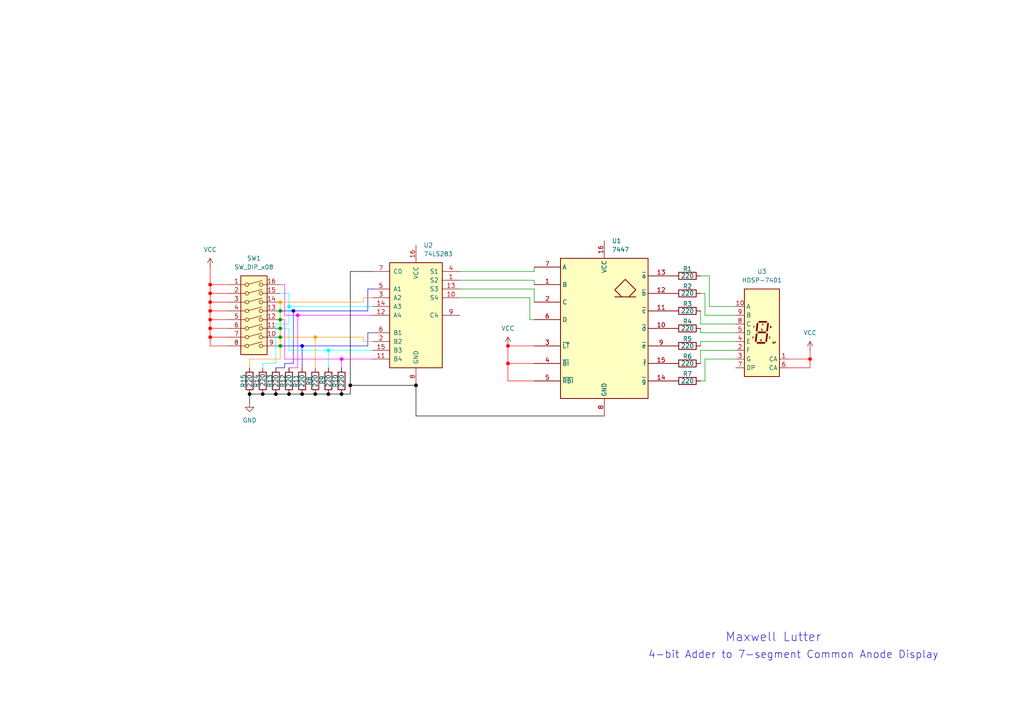
<source format=kicad_sch>
(kicad_sch
	(version 20231120)
	(generator "eeschema")
	(generator_version "8.0")
	(uuid "7f32b7a5-fb77-4709-9de8-8e8f39010006")
	(paper "A4")
	(lib_symbols
		(symbol "74xx:74LS283"
			(pin_names
				(offset 1.016)
			)
			(exclude_from_sim no)
			(in_bom yes)
			(on_board yes)
			(property "Reference" "U"
				(at -7.62 16.51 0)
				(effects
					(font
						(size 1.27 1.27)
					)
				)
			)
			(property "Value" "74LS283"
				(at -7.62 -16.51 0)
				(effects
					(font
						(size 1.27 1.27)
					)
				)
			)
			(property "Footprint" ""
				(at 0 0 0)
				(effects
					(font
						(size 1.27 1.27)
					)
					(hide yes)
				)
			)
			(property "Datasheet" "http://www.ti.com/lit/gpn/sn74LS283"
				(at 0 0 0)
				(effects
					(font
						(size 1.27 1.27)
					)
					(hide yes)
				)
			)
			(property "Description" "4-bit full Adder"
				(at 0 0 0)
				(effects
					(font
						(size 1.27 1.27)
					)
					(hide yes)
				)
			)
			(property "ki_locked" ""
				(at 0 0 0)
				(effects
					(font
						(size 1.27 1.27)
					)
				)
			)
			(property "ki_keywords" "TTL ADD Arith ALU"
				(at 0 0 0)
				(effects
					(font
						(size 1.27 1.27)
					)
					(hide yes)
				)
			)
			(property "ki_fp_filters" "DIP?16*"
				(at 0 0 0)
				(effects
					(font
						(size 1.27 1.27)
					)
					(hide yes)
				)
			)
			(symbol "74LS283_1_0"
				(pin output line
					(at 12.7 10.16 180)
					(length 5.08)
					(name "S2"
						(effects
							(font
								(size 1.27 1.27)
							)
						)
					)
					(number "1"
						(effects
							(font
								(size 1.27 1.27)
							)
						)
					)
				)
				(pin output line
					(at 12.7 5.08 180)
					(length 5.08)
					(name "S4"
						(effects
							(font
								(size 1.27 1.27)
							)
						)
					)
					(number "10"
						(effects
							(font
								(size 1.27 1.27)
							)
						)
					)
				)
				(pin input line
					(at -12.7 -12.7 0)
					(length 5.08)
					(name "B4"
						(effects
							(font
								(size 1.27 1.27)
							)
						)
					)
					(number "11"
						(effects
							(font
								(size 1.27 1.27)
							)
						)
					)
				)
				(pin input line
					(at -12.7 0 0)
					(length 5.08)
					(name "A4"
						(effects
							(font
								(size 1.27 1.27)
							)
						)
					)
					(number "12"
						(effects
							(font
								(size 1.27 1.27)
							)
						)
					)
				)
				(pin output line
					(at 12.7 7.62 180)
					(length 5.08)
					(name "S3"
						(effects
							(font
								(size 1.27 1.27)
							)
						)
					)
					(number "13"
						(effects
							(font
								(size 1.27 1.27)
							)
						)
					)
				)
				(pin input line
					(at -12.7 2.54 0)
					(length 5.08)
					(name "A3"
						(effects
							(font
								(size 1.27 1.27)
							)
						)
					)
					(number "14"
						(effects
							(font
								(size 1.27 1.27)
							)
						)
					)
				)
				(pin input line
					(at -12.7 -10.16 0)
					(length 5.08)
					(name "B3"
						(effects
							(font
								(size 1.27 1.27)
							)
						)
					)
					(number "15"
						(effects
							(font
								(size 1.27 1.27)
							)
						)
					)
				)
				(pin power_in line
					(at 0 20.32 270)
					(length 5.08)
					(name "VCC"
						(effects
							(font
								(size 1.27 1.27)
							)
						)
					)
					(number "16"
						(effects
							(font
								(size 1.27 1.27)
							)
						)
					)
				)
				(pin input line
					(at -12.7 -7.62 0)
					(length 5.08)
					(name "B2"
						(effects
							(font
								(size 1.27 1.27)
							)
						)
					)
					(number "2"
						(effects
							(font
								(size 1.27 1.27)
							)
						)
					)
				)
				(pin input line
					(at -12.7 5.08 0)
					(length 5.08)
					(name "A2"
						(effects
							(font
								(size 1.27 1.27)
							)
						)
					)
					(number "3"
						(effects
							(font
								(size 1.27 1.27)
							)
						)
					)
				)
				(pin output line
					(at 12.7 12.7 180)
					(length 5.08)
					(name "S1"
						(effects
							(font
								(size 1.27 1.27)
							)
						)
					)
					(number "4"
						(effects
							(font
								(size 1.27 1.27)
							)
						)
					)
				)
				(pin input line
					(at -12.7 7.62 0)
					(length 5.08)
					(name "A1"
						(effects
							(font
								(size 1.27 1.27)
							)
						)
					)
					(number "5"
						(effects
							(font
								(size 1.27 1.27)
							)
						)
					)
				)
				(pin input line
					(at -12.7 -5.08 0)
					(length 5.08)
					(name "B1"
						(effects
							(font
								(size 1.27 1.27)
							)
						)
					)
					(number "6"
						(effects
							(font
								(size 1.27 1.27)
							)
						)
					)
				)
				(pin input line
					(at -12.7 12.7 0)
					(length 5.08)
					(name "C0"
						(effects
							(font
								(size 1.27 1.27)
							)
						)
					)
					(number "7"
						(effects
							(font
								(size 1.27 1.27)
							)
						)
					)
				)
				(pin power_in line
					(at 0 -20.32 90)
					(length 5.08)
					(name "GND"
						(effects
							(font
								(size 1.27 1.27)
							)
						)
					)
					(number "8"
						(effects
							(font
								(size 1.27 1.27)
							)
						)
					)
				)
				(pin output line
					(at 12.7 0 180)
					(length 5.08)
					(name "C4"
						(effects
							(font
								(size 1.27 1.27)
							)
						)
					)
					(number "9"
						(effects
							(font
								(size 1.27 1.27)
							)
						)
					)
				)
			)
			(symbol "74LS283_1_1"
				(rectangle
					(start -7.62 15.24)
					(end 7.62 -15.24)
					(stroke
						(width 0.254)
						(type default)
					)
					(fill
						(type background)
					)
				)
			)
		)
		(symbol "74xx_IEEE:7447"
			(exclude_from_sim no)
			(in_bom yes)
			(on_board yes)
			(property "Reference" "U"
				(at 3.81 11.43 0)
				(effects
					(font
						(size 1.27 1.27)
					)
				)
			)
			(property "Value" "7447"
				(at 6.35 -11.43 0)
				(effects
					(font
						(size 1.27 1.27)
					)
				)
			)
			(property "Footprint" ""
				(at 0 0 0)
				(effects
					(font
						(size 1.27 1.27)
					)
					(hide yes)
				)
			)
			(property "Datasheet" ""
				(at 0 0 0)
				(effects
					(font
						(size 1.27 1.27)
					)
					(hide yes)
				)
			)
			(property "Description" ""
				(at 0 0 0)
				(effects
					(font
						(size 1.27 1.27)
					)
					(hide yes)
				)
			)
			(symbol "7447_0_0"
				(rectangle
					(start -12.7 20.32)
					(end 12.7 -20.32)
					(stroke
						(width 0.254)
						(type default)
					)
					(fill
						(type background)
					)
				)
				(polyline
					(pts
						(xy 7.112 9.144) (xy 9.144 11.176) (xy 6.096 14.224) (xy 3.048 11.176) (xy 5.08 9.144) (xy 3.048 9.144)
						(xy 9.144 9.144) (xy 9.144 9.144)
					)
					(stroke
						(width 0.254)
						(type default)
					)
					(fill
						(type background)
					)
				)
				(pin power_in line
					(at 0 25.4 270)
					(length 5.08)
					(name "VCC"
						(effects
							(font
								(size 1.27 1.27)
							)
						)
					)
					(number "16"
						(effects
							(font
								(size 1.27 1.27)
							)
						)
					)
				)
				(pin power_in line
					(at 0 -25.4 90)
					(length 5.08)
					(name "GND"
						(effects
							(font
								(size 1.27 1.27)
							)
						)
					)
					(number "8"
						(effects
							(font
								(size 1.27 1.27)
							)
						)
					)
				)
			)
			(symbol "7447_1_1"
				(pin input line
					(at -20.32 12.7 0)
					(length 7.62)
					(name "B"
						(effects
							(font
								(size 1.27 1.27)
							)
						)
					)
					(number "1"
						(effects
							(font
								(size 1.27 1.27)
							)
						)
					)
				)
				(pin open_collector line
					(at 20.32 0 180)
					(length 7.62)
					(name "~{d}"
						(effects
							(font
								(size 1.27 1.27)
							)
						)
					)
					(number "10"
						(effects
							(font
								(size 1.27 1.27)
							)
						)
					)
				)
				(pin open_collector line
					(at 20.32 5.08 180)
					(length 7.62)
					(name "~{c}"
						(effects
							(font
								(size 1.27 1.27)
							)
						)
					)
					(number "11"
						(effects
							(font
								(size 1.27 1.27)
							)
						)
					)
				)
				(pin open_collector line
					(at 20.32 10.16 180)
					(length 7.62)
					(name "~{b}"
						(effects
							(font
								(size 1.27 1.27)
							)
						)
					)
					(number "12"
						(effects
							(font
								(size 1.27 1.27)
							)
						)
					)
				)
				(pin open_collector line
					(at 20.32 15.24 180)
					(length 7.62)
					(name "~{a}"
						(effects
							(font
								(size 1.27 1.27)
							)
						)
					)
					(number "13"
						(effects
							(font
								(size 1.27 1.27)
							)
						)
					)
				)
				(pin open_collector line
					(at 20.32 -15.24 180)
					(length 7.62)
					(name "~{g}"
						(effects
							(font
								(size 1.27 1.27)
							)
						)
					)
					(number "14"
						(effects
							(font
								(size 1.27 1.27)
							)
						)
					)
				)
				(pin open_collector line
					(at 20.32 -10.16 180)
					(length 7.62)
					(name "~{f}"
						(effects
							(font
								(size 1.27 1.27)
							)
						)
					)
					(number "15"
						(effects
							(font
								(size 1.27 1.27)
							)
						)
					)
				)
				(pin input line
					(at -20.32 7.62 0)
					(length 7.62)
					(name "C"
						(effects
							(font
								(size 1.27 1.27)
							)
						)
					)
					(number "2"
						(effects
							(font
								(size 1.27 1.27)
							)
						)
					)
				)
				(pin input line
					(at -20.32 -5.08 0)
					(length 7.62)
					(name "~{LT}"
						(effects
							(font
								(size 1.27 1.27)
							)
						)
					)
					(number "3"
						(effects
							(font
								(size 1.27 1.27)
							)
						)
					)
				)
				(pin input line
					(at -20.32 -10.16 0)
					(length 7.62)
					(name "~{BI}"
						(effects
							(font
								(size 1.27 1.27)
							)
						)
					)
					(number "4"
						(effects
							(font
								(size 1.27 1.27)
							)
						)
					)
				)
				(pin input line
					(at -20.32 -15.24 0)
					(length 7.62)
					(name "~{RBI}"
						(effects
							(font
								(size 1.27 1.27)
							)
						)
					)
					(number "5"
						(effects
							(font
								(size 1.27 1.27)
							)
						)
					)
				)
				(pin input line
					(at -20.32 2.54 0)
					(length 7.62)
					(name "D"
						(effects
							(font
								(size 1.27 1.27)
							)
						)
					)
					(number "6"
						(effects
							(font
								(size 1.27 1.27)
							)
						)
					)
				)
				(pin input line
					(at -20.32 17.78 0)
					(length 7.62)
					(name "A"
						(effects
							(font
								(size 1.27 1.27)
							)
						)
					)
					(number "7"
						(effects
							(font
								(size 1.27 1.27)
							)
						)
					)
				)
				(pin open_collector line
					(at 20.32 -5.08 180)
					(length 7.62)
					(name "~{e}"
						(effects
							(font
								(size 1.27 1.27)
							)
						)
					)
					(number "9"
						(effects
							(font
								(size 1.27 1.27)
							)
						)
					)
				)
			)
		)
		(symbol "Device:R"
			(pin_numbers hide)
			(pin_names
				(offset 0)
			)
			(exclude_from_sim no)
			(in_bom yes)
			(on_board yes)
			(property "Reference" "R"
				(at 2.032 0 90)
				(effects
					(font
						(size 1.27 1.27)
					)
				)
			)
			(property "Value" "R"
				(at 0 0 90)
				(effects
					(font
						(size 1.27 1.27)
					)
				)
			)
			(property "Footprint" ""
				(at -1.778 0 90)
				(effects
					(font
						(size 1.27 1.27)
					)
					(hide yes)
				)
			)
			(property "Datasheet" "~"
				(at 0 0 0)
				(effects
					(font
						(size 1.27 1.27)
					)
					(hide yes)
				)
			)
			(property "Description" "Resistor"
				(at 0 0 0)
				(effects
					(font
						(size 1.27 1.27)
					)
					(hide yes)
				)
			)
			(property "ki_keywords" "R res resistor"
				(at 0 0 0)
				(effects
					(font
						(size 1.27 1.27)
					)
					(hide yes)
				)
			)
			(property "ki_fp_filters" "R_*"
				(at 0 0 0)
				(effects
					(font
						(size 1.27 1.27)
					)
					(hide yes)
				)
			)
			(symbol "R_0_1"
				(rectangle
					(start -1.016 -2.54)
					(end 1.016 2.54)
					(stroke
						(width 0.254)
						(type default)
					)
					(fill
						(type none)
					)
				)
			)
			(symbol "R_1_1"
				(pin passive line
					(at 0 3.81 270)
					(length 1.27)
					(name "~"
						(effects
							(font
								(size 1.27 1.27)
							)
						)
					)
					(number "1"
						(effects
							(font
								(size 1.27 1.27)
							)
						)
					)
				)
				(pin passive line
					(at 0 -3.81 90)
					(length 1.27)
					(name "~"
						(effects
							(font
								(size 1.27 1.27)
							)
						)
					)
					(number "2"
						(effects
							(font
								(size 1.27 1.27)
							)
						)
					)
				)
			)
		)
		(symbol "Display_Character:HDSP-7401"
			(exclude_from_sim no)
			(in_bom yes)
			(on_board yes)
			(property "Reference" "U"
				(at -3.81 13.97 0)
				(effects
					(font
						(size 1.27 1.27)
					)
				)
			)
			(property "Value" "HDSP-7401"
				(at 6.35 13.97 0)
				(effects
					(font
						(size 1.27 1.27)
					)
				)
			)
			(property "Footprint" "Display_7Segment:HDSP-7401"
				(at 0 -13.97 0)
				(effects
					(font
						(size 1.27 1.27)
					)
					(hide yes)
				)
			)
			(property "Datasheet" "https://docs.broadcom.com/docs/AV02-2553EN"
				(at 0 0 0)
				(effects
					(font
						(size 1.27 1.27)
					)
					(hide yes)
				)
			)
			(property "Description" "One digit 7 segment yellow, common anode"
				(at 0 0 0)
				(effects
					(font
						(size 1.27 1.27)
					)
					(hide yes)
				)
			)
			(property "ki_keywords" "display LED 7-segment"
				(at 0 0 0)
				(effects
					(font
						(size 1.27 1.27)
					)
					(hide yes)
				)
			)
			(property "ki_fp_filters" "HDSP?7401*"
				(at 0 0 0)
				(effects
					(font
						(size 1.27 1.27)
					)
					(hide yes)
				)
			)
			(symbol "HDSP-7401_1_0"
				(text "A"
					(at 0.254 2.413 0)
					(effects
						(font
							(size 0.508 0.508)
						)
					)
				)
				(text "B"
					(at 2.54 1.651 0)
					(effects
						(font
							(size 0.508 0.508)
						)
					)
				)
				(text "C"
					(at 2.286 -1.397 0)
					(effects
						(font
							(size 0.508 0.508)
						)
					)
				)
				(text "D"
					(at -0.254 -2.159 0)
					(effects
						(font
							(size 0.508 0.508)
						)
					)
				)
				(text "DP"
					(at 3.556 -2.921 0)
					(effects
						(font
							(size 0.508 0.508)
						)
					)
				)
				(text "E"
					(at -2.54 -1.397 0)
					(effects
						(font
							(size 0.508 0.508)
						)
					)
				)
				(text "F"
					(at -2.286 1.651 0)
					(effects
						(font
							(size 0.508 0.508)
						)
					)
				)
				(text "G"
					(at 0 0.889 0)
					(effects
						(font
							(size 0.508 0.508)
						)
					)
				)
			)
			(symbol "HDSP-7401_1_1"
				(rectangle
					(start -5.08 12.7)
					(end 5.08 -12.7)
					(stroke
						(width 0.254)
						(type default)
					)
					(fill
						(type background)
					)
				)
				(polyline
					(pts
						(xy -1.524 -0.381) (xy -1.778 -2.413)
					)
					(stroke
						(width 0.508)
						(type default)
					)
					(fill
						(type none)
					)
				)
				(polyline
					(pts
						(xy -1.27 -2.921) (xy 0.762 -2.921)
					)
					(stroke
						(width 0.508)
						(type default)
					)
					(fill
						(type none)
					)
				)
				(polyline
					(pts
						(xy -1.27 2.667) (xy -1.524 0.635)
					)
					(stroke
						(width 0.508)
						(type default)
					)
					(fill
						(type none)
					)
				)
				(polyline
					(pts
						(xy -1.016 0.127) (xy 1.016 0.127)
					)
					(stroke
						(width 0.508)
						(type default)
					)
					(fill
						(type none)
					)
				)
				(polyline
					(pts
						(xy -0.762 3.175) (xy 1.27 3.175)
					)
					(stroke
						(width 0.508)
						(type default)
					)
					(fill
						(type none)
					)
				)
				(polyline
					(pts
						(xy 1.524 -0.381) (xy 1.27 -2.413)
					)
					(stroke
						(width 0.508)
						(type default)
					)
					(fill
						(type none)
					)
				)
				(polyline
					(pts
						(xy 1.778 2.667) (xy 1.524 0.635)
					)
					(stroke
						(width 0.508)
						(type default)
					)
					(fill
						(type none)
					)
				)
				(polyline
					(pts
						(xy 2.54 -2.921) (xy 2.54 -2.921)
					)
					(stroke
						(width 0.508)
						(type default)
					)
					(fill
						(type none)
					)
				)
				(pin input line
					(at 7.62 -7.62 180)
					(length 2.54)
					(name "CA"
						(effects
							(font
								(size 1.27 1.27)
							)
						)
					)
					(number "1"
						(effects
							(font
								(size 1.27 1.27)
							)
						)
					)
				)
				(pin input line
					(at -7.62 7.62 0)
					(length 2.54)
					(name "A"
						(effects
							(font
								(size 1.27 1.27)
							)
						)
					)
					(number "10"
						(effects
							(font
								(size 1.27 1.27)
							)
						)
					)
				)
				(pin input line
					(at -7.62 -5.08 0)
					(length 2.54)
					(name "F"
						(effects
							(font
								(size 1.27 1.27)
							)
						)
					)
					(number "2"
						(effects
							(font
								(size 1.27 1.27)
							)
						)
					)
				)
				(pin input line
					(at -7.62 -7.62 0)
					(length 2.54)
					(name "G"
						(effects
							(font
								(size 1.27 1.27)
							)
						)
					)
					(number "3"
						(effects
							(font
								(size 1.27 1.27)
							)
						)
					)
				)
				(pin input line
					(at -7.62 -2.54 0)
					(length 2.54)
					(name "E"
						(effects
							(font
								(size 1.27 1.27)
							)
						)
					)
					(number "4"
						(effects
							(font
								(size 1.27 1.27)
							)
						)
					)
				)
				(pin input line
					(at -7.62 0 0)
					(length 2.54)
					(name "D"
						(effects
							(font
								(size 1.27 1.27)
							)
						)
					)
					(number "5"
						(effects
							(font
								(size 1.27 1.27)
							)
						)
					)
				)
				(pin input line
					(at 7.62 -10.16 180)
					(length 2.54)
					(name "CA"
						(effects
							(font
								(size 1.27 1.27)
							)
						)
					)
					(number "6"
						(effects
							(font
								(size 1.27 1.27)
							)
						)
					)
				)
				(pin input line
					(at -7.62 -10.16 0)
					(length 2.54)
					(name "DP"
						(effects
							(font
								(size 1.27 1.27)
							)
						)
					)
					(number "7"
						(effects
							(font
								(size 1.27 1.27)
							)
						)
					)
				)
				(pin input line
					(at -7.62 2.54 0)
					(length 2.54)
					(name "C"
						(effects
							(font
								(size 1.27 1.27)
							)
						)
					)
					(number "8"
						(effects
							(font
								(size 1.27 1.27)
							)
						)
					)
				)
				(pin input line
					(at -7.62 5.08 0)
					(length 2.54)
					(name "B"
						(effects
							(font
								(size 1.27 1.27)
							)
						)
					)
					(number "9"
						(effects
							(font
								(size 1.27 1.27)
							)
						)
					)
				)
			)
		)
		(symbol "Switch:SW_DIP_x08"
			(pin_names
				(offset 0) hide)
			(exclude_from_sim no)
			(in_bom yes)
			(on_board yes)
			(property "Reference" "SW"
				(at 0 13.97 0)
				(effects
					(font
						(size 1.27 1.27)
					)
				)
			)
			(property "Value" "SW_DIP_x08"
				(at 0 -11.43 0)
				(effects
					(font
						(size 1.27 1.27)
					)
				)
			)
			(property "Footprint" ""
				(at 0 0 0)
				(effects
					(font
						(size 1.27 1.27)
					)
					(hide yes)
				)
			)
			(property "Datasheet" "~"
				(at 0 0 0)
				(effects
					(font
						(size 1.27 1.27)
					)
					(hide yes)
				)
			)
			(property "Description" "8x DIP Switch, Single Pole Single Throw (SPST) switch, small symbol"
				(at 0 0 0)
				(effects
					(font
						(size 1.27 1.27)
					)
					(hide yes)
				)
			)
			(property "ki_keywords" "dip switch"
				(at 0 0 0)
				(effects
					(font
						(size 1.27 1.27)
					)
					(hide yes)
				)
			)
			(property "ki_fp_filters" "SW?DIP?x8*"
				(at 0 0 0)
				(effects
					(font
						(size 1.27 1.27)
					)
					(hide yes)
				)
			)
			(symbol "SW_DIP_x08_0_0"
				(circle
					(center -2.032 -7.62)
					(radius 0.508)
					(stroke
						(width 0)
						(type default)
					)
					(fill
						(type none)
					)
				)
				(circle
					(center -2.032 -5.08)
					(radius 0.508)
					(stroke
						(width 0)
						(type default)
					)
					(fill
						(type none)
					)
				)
				(circle
					(center -2.032 -2.54)
					(radius 0.508)
					(stroke
						(width 0)
						(type default)
					)
					(fill
						(type none)
					)
				)
				(circle
					(center -2.032 0)
					(radius 0.508)
					(stroke
						(width 0)
						(type default)
					)
					(fill
						(type none)
					)
				)
				(circle
					(center -2.032 2.54)
					(radius 0.508)
					(stroke
						(width 0)
						(type default)
					)
					(fill
						(type none)
					)
				)
				(circle
					(center -2.032 5.08)
					(radius 0.508)
					(stroke
						(width 0)
						(type default)
					)
					(fill
						(type none)
					)
				)
				(circle
					(center -2.032 7.62)
					(radius 0.508)
					(stroke
						(width 0)
						(type default)
					)
					(fill
						(type none)
					)
				)
				(circle
					(center -2.032 10.16)
					(radius 0.508)
					(stroke
						(width 0)
						(type default)
					)
					(fill
						(type none)
					)
				)
				(polyline
					(pts
						(xy -1.524 -7.4676) (xy 2.3622 -6.4262)
					)
					(stroke
						(width 0)
						(type default)
					)
					(fill
						(type none)
					)
				)
				(polyline
					(pts
						(xy -1.524 -4.9276) (xy 2.3622 -3.8862)
					)
					(stroke
						(width 0)
						(type default)
					)
					(fill
						(type none)
					)
				)
				(polyline
					(pts
						(xy -1.524 -2.3876) (xy 2.3622 -1.3462)
					)
					(stroke
						(width 0)
						(type default)
					)
					(fill
						(type none)
					)
				)
				(polyline
					(pts
						(xy -1.524 0.127) (xy 2.3622 1.1684)
					)
					(stroke
						(width 0)
						(type default)
					)
					(fill
						(type none)
					)
				)
				(polyline
					(pts
						(xy -1.524 2.667) (xy 2.3622 3.7084)
					)
					(stroke
						(width 0)
						(type default)
					)
					(fill
						(type none)
					)
				)
				(polyline
					(pts
						(xy -1.524 5.207) (xy 2.3622 6.2484)
					)
					(stroke
						(width 0)
						(type default)
					)
					(fill
						(type none)
					)
				)
				(polyline
					(pts
						(xy -1.524 7.747) (xy 2.3622 8.7884)
					)
					(stroke
						(width 0)
						(type default)
					)
					(fill
						(type none)
					)
				)
				(polyline
					(pts
						(xy -1.524 10.287) (xy 2.3622 11.3284)
					)
					(stroke
						(width 0)
						(type default)
					)
					(fill
						(type none)
					)
				)
				(circle
					(center 2.032 -7.62)
					(radius 0.508)
					(stroke
						(width 0)
						(type default)
					)
					(fill
						(type none)
					)
				)
				(circle
					(center 2.032 -5.08)
					(radius 0.508)
					(stroke
						(width 0)
						(type default)
					)
					(fill
						(type none)
					)
				)
				(circle
					(center 2.032 -2.54)
					(radius 0.508)
					(stroke
						(width 0)
						(type default)
					)
					(fill
						(type none)
					)
				)
				(circle
					(center 2.032 0)
					(radius 0.508)
					(stroke
						(width 0)
						(type default)
					)
					(fill
						(type none)
					)
				)
				(circle
					(center 2.032 2.54)
					(radius 0.508)
					(stroke
						(width 0)
						(type default)
					)
					(fill
						(type none)
					)
				)
				(circle
					(center 2.032 5.08)
					(radius 0.508)
					(stroke
						(width 0)
						(type default)
					)
					(fill
						(type none)
					)
				)
				(circle
					(center 2.032 7.62)
					(radius 0.508)
					(stroke
						(width 0)
						(type default)
					)
					(fill
						(type none)
					)
				)
				(circle
					(center 2.032 10.16)
					(radius 0.508)
					(stroke
						(width 0)
						(type default)
					)
					(fill
						(type none)
					)
				)
			)
			(symbol "SW_DIP_x08_0_1"
				(rectangle
					(start -3.81 12.7)
					(end 3.81 -10.16)
					(stroke
						(width 0.254)
						(type default)
					)
					(fill
						(type background)
					)
				)
			)
			(symbol "SW_DIP_x08_1_1"
				(pin passive line
					(at -7.62 10.16 0)
					(length 5.08)
					(name "~"
						(effects
							(font
								(size 1.27 1.27)
							)
						)
					)
					(number "1"
						(effects
							(font
								(size 1.27 1.27)
							)
						)
					)
				)
				(pin passive line
					(at 7.62 -5.08 180)
					(length 5.08)
					(name "~"
						(effects
							(font
								(size 1.27 1.27)
							)
						)
					)
					(number "10"
						(effects
							(font
								(size 1.27 1.27)
							)
						)
					)
				)
				(pin passive line
					(at 7.62 -2.54 180)
					(length 5.08)
					(name "~"
						(effects
							(font
								(size 1.27 1.27)
							)
						)
					)
					(number "11"
						(effects
							(font
								(size 1.27 1.27)
							)
						)
					)
				)
				(pin passive line
					(at 7.62 0 180)
					(length 5.08)
					(name "~"
						(effects
							(font
								(size 1.27 1.27)
							)
						)
					)
					(number "12"
						(effects
							(font
								(size 1.27 1.27)
							)
						)
					)
				)
				(pin passive line
					(at 7.62 2.54 180)
					(length 5.08)
					(name "~"
						(effects
							(font
								(size 1.27 1.27)
							)
						)
					)
					(number "13"
						(effects
							(font
								(size 1.27 1.27)
							)
						)
					)
				)
				(pin passive line
					(at 7.62 5.08 180)
					(length 5.08)
					(name "~"
						(effects
							(font
								(size 1.27 1.27)
							)
						)
					)
					(number "14"
						(effects
							(font
								(size 1.27 1.27)
							)
						)
					)
				)
				(pin passive line
					(at 7.62 7.62 180)
					(length 5.08)
					(name "~"
						(effects
							(font
								(size 1.27 1.27)
							)
						)
					)
					(number "15"
						(effects
							(font
								(size 1.27 1.27)
							)
						)
					)
				)
				(pin passive line
					(at 7.62 10.16 180)
					(length 5.08)
					(name "~"
						(effects
							(font
								(size 1.27 1.27)
							)
						)
					)
					(number "16"
						(effects
							(font
								(size 1.27 1.27)
							)
						)
					)
				)
				(pin passive line
					(at -7.62 7.62 0)
					(length 5.08)
					(name "~"
						(effects
							(font
								(size 1.27 1.27)
							)
						)
					)
					(number "2"
						(effects
							(font
								(size 1.27 1.27)
							)
						)
					)
				)
				(pin passive line
					(at -7.62 5.08 0)
					(length 5.08)
					(name "~"
						(effects
							(font
								(size 1.27 1.27)
							)
						)
					)
					(number "3"
						(effects
							(font
								(size 1.27 1.27)
							)
						)
					)
				)
				(pin passive line
					(at -7.62 2.54 0)
					(length 5.08)
					(name "~"
						(effects
							(font
								(size 1.27 1.27)
							)
						)
					)
					(number "4"
						(effects
							(font
								(size 1.27 1.27)
							)
						)
					)
				)
				(pin passive line
					(at -7.62 0 0)
					(length 5.08)
					(name "~"
						(effects
							(font
								(size 1.27 1.27)
							)
						)
					)
					(number "5"
						(effects
							(font
								(size 1.27 1.27)
							)
						)
					)
				)
				(pin passive line
					(at -7.62 -2.54 0)
					(length 5.08)
					(name "~"
						(effects
							(font
								(size 1.27 1.27)
							)
						)
					)
					(number "6"
						(effects
							(font
								(size 1.27 1.27)
							)
						)
					)
				)
				(pin passive line
					(at -7.62 -5.08 0)
					(length 5.08)
					(name "~"
						(effects
							(font
								(size 1.27 1.27)
							)
						)
					)
					(number "7"
						(effects
							(font
								(size 1.27 1.27)
							)
						)
					)
				)
				(pin passive line
					(at -7.62 -7.62 0)
					(length 5.08)
					(name "~"
						(effects
							(font
								(size 1.27 1.27)
							)
						)
					)
					(number "8"
						(effects
							(font
								(size 1.27 1.27)
							)
						)
					)
				)
				(pin passive line
					(at 7.62 -7.62 180)
					(length 5.08)
					(name "~"
						(effects
							(font
								(size 1.27 1.27)
							)
						)
					)
					(number "9"
						(effects
							(font
								(size 1.27 1.27)
							)
						)
					)
				)
			)
		)
		(symbol "power:GND"
			(power)
			(pin_numbers hide)
			(pin_names
				(offset 0) hide)
			(exclude_from_sim no)
			(in_bom yes)
			(on_board yes)
			(property "Reference" "#PWR"
				(at 0 -6.35 0)
				(effects
					(font
						(size 1.27 1.27)
					)
					(hide yes)
				)
			)
			(property "Value" "GND"
				(at 0 -3.81 0)
				(effects
					(font
						(size 1.27 1.27)
					)
				)
			)
			(property "Footprint" ""
				(at 0 0 0)
				(effects
					(font
						(size 1.27 1.27)
					)
					(hide yes)
				)
			)
			(property "Datasheet" ""
				(at 0 0 0)
				(effects
					(font
						(size 1.27 1.27)
					)
					(hide yes)
				)
			)
			(property "Description" "Power symbol creates a global label with name \"GND\" , ground"
				(at 0 0 0)
				(effects
					(font
						(size 1.27 1.27)
					)
					(hide yes)
				)
			)
			(property "ki_keywords" "global power"
				(at 0 0 0)
				(effects
					(font
						(size 1.27 1.27)
					)
					(hide yes)
				)
			)
			(symbol "GND_0_1"
				(polyline
					(pts
						(xy 0 0) (xy 0 -1.27) (xy 1.27 -1.27) (xy 0 -2.54) (xy -1.27 -1.27) (xy 0 -1.27)
					)
					(stroke
						(width 0)
						(type default)
					)
					(fill
						(type none)
					)
				)
			)
			(symbol "GND_1_1"
				(pin power_in line
					(at 0 0 270)
					(length 0)
					(name "~"
						(effects
							(font
								(size 1.27 1.27)
							)
						)
					)
					(number "1"
						(effects
							(font
								(size 1.27 1.27)
							)
						)
					)
				)
			)
		)
		(symbol "power:VCC"
			(power)
			(pin_numbers hide)
			(pin_names
				(offset 0) hide)
			(exclude_from_sim no)
			(in_bom yes)
			(on_board yes)
			(property "Reference" "#PWR"
				(at 0 -3.81 0)
				(effects
					(font
						(size 1.27 1.27)
					)
					(hide yes)
				)
			)
			(property "Value" "VCC"
				(at 0 3.556 0)
				(effects
					(font
						(size 1.27 1.27)
					)
				)
			)
			(property "Footprint" ""
				(at 0 0 0)
				(effects
					(font
						(size 1.27 1.27)
					)
					(hide yes)
				)
			)
			(property "Datasheet" ""
				(at 0 0 0)
				(effects
					(font
						(size 1.27 1.27)
					)
					(hide yes)
				)
			)
			(property "Description" "Power symbol creates a global label with name \"VCC\""
				(at 0 0 0)
				(effects
					(font
						(size 1.27 1.27)
					)
					(hide yes)
				)
			)
			(property "ki_keywords" "global power"
				(at 0 0 0)
				(effects
					(font
						(size 1.27 1.27)
					)
					(hide yes)
				)
			)
			(symbol "VCC_0_1"
				(polyline
					(pts
						(xy -0.762 1.27) (xy 0 2.54)
					)
					(stroke
						(width 0)
						(type default)
					)
					(fill
						(type none)
					)
				)
				(polyline
					(pts
						(xy 0 0) (xy 0 2.54)
					)
					(stroke
						(width 0)
						(type default)
					)
					(fill
						(type none)
					)
				)
				(polyline
					(pts
						(xy 0 2.54) (xy 0.762 1.27)
					)
					(stroke
						(width 0)
						(type default)
					)
					(fill
						(type none)
					)
				)
			)
			(symbol "VCC_1_1"
				(pin power_in line
					(at 0 0 90)
					(length 0)
					(name "~"
						(effects
							(font
								(size 1.27 1.27)
							)
						)
					)
					(number "1"
						(effects
							(font
								(size 1.27 1.27)
							)
						)
					)
				)
			)
		)
	)
	(junction
		(at 91.44 114.3)
		(diameter 0)
		(color 0 0 0 1)
		(uuid "10111616-d6a2-4667-9576-f668587f4836")
	)
	(junction
		(at 85.09 90.17)
		(diameter 0)
		(color 0 0 255 1)
		(uuid "168d2413-f477-4ae8-bc42-7245dfffcef3")
	)
	(junction
		(at 72.39 114.3)
		(diameter 0)
		(color 0 0 0 1)
		(uuid "193dd6db-a36a-45c5-b170-93c82bad5780")
	)
	(junction
		(at 60.96 85.09)
		(diameter 0)
		(color 255 0 0 1)
		(uuid "1c48ef8e-7de5-4e50-b7df-7e67277c7307")
	)
	(junction
		(at 60.96 97.79)
		(diameter 0)
		(color 255 0 0 1)
		(uuid "32a8f07d-93e5-4d3d-a7dd-43ba79469809")
	)
	(junction
		(at 81.28 100.33)
		(diameter 0)
		(color 0 0 0 0)
		(uuid "40234b2f-d9d6-4352-bc3f-1a1acaccd1c9")
	)
	(junction
		(at 60.96 95.25)
		(diameter 0)
		(color 255 0 0 1)
		(uuid "578a7575-b965-4dbe-b2d1-3727216ca6d7")
	)
	(junction
		(at 87.63 114.3)
		(diameter 0)
		(color 0 0 0 1)
		(uuid "619b8141-4ead-4ad0-9a6c-b50aeca3a495")
	)
	(junction
		(at 81.28 90.17)
		(diameter 0)
		(color 0 0 0 0)
		(uuid "6512b8c7-1472-48e7-8120-8f51bef5a88a")
	)
	(junction
		(at 60.96 82.55)
		(diameter 0)
		(color 255 0 0 1)
		(uuid "683bf32b-035b-4a0e-ad4d-25458f899685")
	)
	(junction
		(at 60.96 87.63)
		(diameter 0)
		(color 255 0 0 1)
		(uuid "698eb97a-35f4-49bc-8d5f-97bc34174398")
	)
	(junction
		(at 83.82 88.9)
		(diameter 0)
		(color 0 255 255 1)
		(uuid "6ccb10b5-293e-4615-84c5-8545132350da")
	)
	(junction
		(at 86.36 91.44)
		(diameter 0)
		(color 255 0 255 1)
		(uuid "6e27d8cf-bdb9-4271-8a57-1b228362a767")
	)
	(junction
		(at 81.28 87.63)
		(diameter 0)
		(color 255 153 0 1)
		(uuid "8091bd1e-f035-48a8-930c-2138c2bab17c")
	)
	(junction
		(at 81.28 97.79)
		(diameter 0)
		(color 0 0 0 0)
		(uuid "83f38784-d83b-4d43-bc15-142ee8178fff")
	)
	(junction
		(at 81.28 95.25)
		(diameter 0)
		(color 0 0 0 0)
		(uuid "90cc7672-753b-4500-bf63-1170dc8178ac")
	)
	(junction
		(at 60.96 90.17)
		(diameter 0)
		(color 255 0 0 1)
		(uuid "935cd37a-0957-415e-a217-08e492162aa5")
	)
	(junction
		(at 76.2 114.3)
		(diameter 0)
		(color 0 0 0 1)
		(uuid "93e51071-08d3-4244-8645-9e474ead24dc")
	)
	(junction
		(at 234.95 104.14)
		(diameter 0)
		(color 255 0 0 1)
		(uuid "9dafd7a7-787e-46e1-a5b4-df365b2c3b08")
	)
	(junction
		(at 99.06 114.3)
		(diameter 0)
		(color 0 0 0 1)
		(uuid "a21c3502-505c-4f59-944d-086c9b3fae57")
	)
	(junction
		(at 147.32 105.41)
		(diameter 0)
		(color 255 0 0 1)
		(uuid "a2d1b360-fb96-41ea-91e8-de36c623fd6d")
	)
	(junction
		(at 95.25 101.6)
		(diameter 0)
		(color 0 255 255 1)
		(uuid "ab67c547-2976-48a4-836e-b9b2ee616285")
	)
	(junction
		(at 91.44 97.79)
		(diameter 0)
		(color 255 153 0 1)
		(uuid "c1e6fe53-a474-4622-bf40-f6541cd62753")
	)
	(junction
		(at 95.25 114.3)
		(diameter 0)
		(color 0 0 0 1)
		(uuid "c45ce37a-c05d-4a9b-9839-385a6cc930e4")
	)
	(junction
		(at 60.96 92.71)
		(diameter 0)
		(color 255 0 0 1)
		(uuid "c872531a-ff3d-4c06-9b7b-91d9a219b1cd")
	)
	(junction
		(at 83.82 114.3)
		(diameter 0)
		(color 0 0 0 1)
		(uuid "c9d10d54-f567-4907-a24a-fd84e09d11ec")
	)
	(junction
		(at 101.6 111.76)
		(diameter 0)
		(color 0 0 0 1)
		(uuid "ccd94722-64a0-4344-a085-0fe48e0d7830")
	)
	(junction
		(at 87.63 100.33)
		(diameter 0)
		(color 0 0 255 1)
		(uuid "d4d587bd-abb2-4f94-b895-c9ee77df6012")
	)
	(junction
		(at 80.01 114.3)
		(diameter 0)
		(color 0 0 0 1)
		(uuid "e7f2ebad-5a54-4c67-8b78-0ba4e4c3225c")
	)
	(junction
		(at 147.32 100.33)
		(diameter 0)
		(color 255 0 0 1)
		(uuid "f27f7d28-693c-4848-8865-685543cf8e0e")
	)
	(junction
		(at 99.06 104.14)
		(diameter 0)
		(color 255 0 255 1)
		(uuid "f42d6c63-f979-4383-ba38-329fa81c6d1e")
	)
	(junction
		(at 81.28 92.71)
		(diameter 0)
		(color 0 0 0 0)
		(uuid "f4d580a2-b22d-4f33-ab29-0c2d9a8708a5")
	)
	(junction
		(at 120.65 111.76)
		(diameter 0)
		(color 0 0 0 1)
		(uuid "ffc97010-284c-438c-9c02-61cc38de078b")
	)
	(wire
		(pts
			(xy 91.44 114.3) (xy 95.25 114.3)
		)
		(stroke
			(width 0)
			(type default)
			(color 0 0 0 1)
		)
		(uuid "009a8d7d-dd24-4da6-a1c2-b170e577c9f8")
	)
	(wire
		(pts
			(xy 60.96 87.63) (xy 66.04 87.63)
		)
		(stroke
			(width 0)
			(type default)
			(color 255 0 0 1)
		)
		(uuid "00fa12bb-7b4f-4be0-a21d-c689c8f643df")
	)
	(wire
		(pts
			(xy 83.82 85.09) (xy 83.82 88.9)
		)
		(stroke
			(width 0)
			(type default)
			(color 0 255 255 1)
		)
		(uuid "07fd1cb9-bfb5-4e3d-8a40-fa07bd18e3fc")
	)
	(wire
		(pts
			(xy 60.96 100.33) (xy 66.04 100.33)
		)
		(stroke
			(width 0)
			(type default)
			(color 255 0 0 1)
		)
		(uuid "092ac907-76b4-4cd2-913f-916a5442cc3e")
	)
	(wire
		(pts
			(xy 203.2 96.52) (xy 213.36 96.52)
		)
		(stroke
			(width 0)
			(type default)
		)
		(uuid "09836db8-9c3c-487d-baf0-c0815b3eeed6")
	)
	(wire
		(pts
			(xy 60.96 92.71) (xy 60.96 95.25)
		)
		(stroke
			(width 0)
			(type default)
			(color 255 0 0 1)
		)
		(uuid "0efd0ef5-cc58-495e-b76e-4c047de705d5")
	)
	(wire
		(pts
			(xy 60.96 77.47) (xy 60.96 82.55)
		)
		(stroke
			(width 0)
			(type default)
			(color 255 0 0 1)
		)
		(uuid "115824c1-0d6c-42db-828c-a7ebdf81d966")
	)
	(wire
		(pts
			(xy 85.09 90.17) (xy 85.09 105.41)
		)
		(stroke
			(width 0)
			(type default)
			(color 0 0 255 1)
		)
		(uuid "15cd1ab4-5f92-418d-9380-ad583d6710ad")
	)
	(wire
		(pts
			(xy 105.41 99.06) (xy 107.95 99.06)
		)
		(stroke
			(width 0)
			(type default)
			(color 255 153 0 1)
		)
		(uuid "18cb14d0-a6ce-4c66-8571-84c575577879")
	)
	(wire
		(pts
			(xy 60.96 85.09) (xy 60.96 87.63)
		)
		(stroke
			(width 0)
			(type default)
			(color 255 0 0 1)
		)
		(uuid "1e096bae-53c2-4d16-89e4-1dca5d4200eb")
	)
	(wire
		(pts
			(xy 83.82 114.3) (xy 87.63 114.3)
		)
		(stroke
			(width 0)
			(type default)
			(color 0 0 0 1)
		)
		(uuid "1ef05ad9-c22c-4f37-b8e4-8329aae5eff6")
	)
	(wire
		(pts
			(xy 80.01 114.3) (xy 83.82 114.3)
		)
		(stroke
			(width 0)
			(type default)
			(color 0 0 0 1)
		)
		(uuid "2086359b-8217-48ca-86e6-500dae6f4b41")
	)
	(wire
		(pts
			(xy 147.32 105.41) (xy 154.94 105.41)
		)
		(stroke
			(width 0)
			(type default)
			(color 255 0 0 1)
		)
		(uuid "260a941b-0abb-4a9a-8d8f-248288ff9e63")
	)
	(wire
		(pts
			(xy 120.65 120.65) (xy 175.26 120.65)
		)
		(stroke
			(width 0)
			(type default)
			(color 0 0 0 1)
		)
		(uuid "26640144-6e7f-4d6b-a4b3-65625701527b")
	)
	(wire
		(pts
			(xy 147.32 100.33) (xy 154.94 100.33)
		)
		(stroke
			(width 0)
			(type default)
			(color 255 0 0 1)
		)
		(uuid "28cf0708-91dc-4ae9-b85c-0b7b4f8ad110")
	)
	(wire
		(pts
			(xy 60.96 95.25) (xy 66.04 95.25)
		)
		(stroke
			(width 0)
			(type default)
			(color 255 0 0 1)
		)
		(uuid "2ae16d7c-2fff-468d-beda-9fa197b08377")
	)
	(wire
		(pts
			(xy 204.47 91.44) (xy 213.36 91.44)
		)
		(stroke
			(width 0)
			(type default)
		)
		(uuid "2c2e717a-263d-46c6-906f-3e97c643a1f8")
	)
	(wire
		(pts
			(xy 203.2 99.06) (xy 213.36 99.06)
		)
		(stroke
			(width 0)
			(type default)
		)
		(uuid "2ff244b1-75be-4ee8-b036-cfd11ff84132")
	)
	(wire
		(pts
			(xy 95.25 101.6) (xy 95.25 106.68)
		)
		(stroke
			(width 0)
			(type default)
			(color 0 255 255 1)
		)
		(uuid "303e967a-5d28-459b-8fab-fed49e38b2c2")
	)
	(wire
		(pts
			(xy 72.39 114.3) (xy 72.39 116.84)
		)
		(stroke
			(width 0)
			(type default)
			(color 0 0 0 1)
		)
		(uuid "319eb7f9-6d57-4966-b23f-c623cd0ce74b")
	)
	(wire
		(pts
			(xy 80.01 106.68) (xy 82.55 106.68)
		)
		(stroke
			(width 0)
			(type default)
			(color 0 0 255 1)
		)
		(uuid "31d20034-83d0-4da5-9ad7-cabe769d8790")
	)
	(wire
		(pts
			(xy 204.47 110.49) (xy 204.47 104.14)
		)
		(stroke
			(width 0)
			(type default)
		)
		(uuid "32fd4432-c903-4f80-98e5-96cb36c0848c")
	)
	(wire
		(pts
			(xy 82.55 82.55) (xy 82.55 91.44)
		)
		(stroke
			(width 0)
			(type default)
			(color 255 0 255 1)
		)
		(uuid "340dd246-f520-4f72-8c4c-254f90724e86")
	)
	(wire
		(pts
			(xy 85.09 105.41) (xy 82.55 105.41)
		)
		(stroke
			(width 0)
			(type default)
			(color 0 0 255 1)
		)
		(uuid "36edd64a-6b2a-4bcc-8d6c-45b1ee6c7d43")
	)
	(wire
		(pts
			(xy 72.39 104.14) (xy 72.39 106.68)
		)
		(stroke
			(width 0)
			(type default)
			(color 255 153 0 1)
		)
		(uuid "36f5f58c-54ac-4802-9ec6-5af8f40ccfe6")
	)
	(wire
		(pts
			(xy 81.28 95.25) (xy 81.28 97.79)
		)
		(stroke
			(width 0)
			(type default)
			(color 255 153 0 1)
		)
		(uuid "37e31d02-c526-405b-9485-697045cf6289")
	)
	(wire
		(pts
			(xy 87.63 100.33) (xy 81.28 100.33)
		)
		(stroke
			(width 0)
			(type default)
			(color 0 0 255 1)
		)
		(uuid "381b2683-36ce-43a9-8685-42068d6b21eb")
	)
	(wire
		(pts
			(xy 106.68 96.52) (xy 107.95 96.52)
		)
		(stroke
			(width 0)
			(type default)
			(color 0 0 255 1)
		)
		(uuid "396159d8-375e-4946-ba8d-46eed9d4bc26")
	)
	(wire
		(pts
			(xy 60.96 97.79) (xy 60.96 100.33)
		)
		(stroke
			(width 0)
			(type default)
			(color 255 0 0 1)
		)
		(uuid "39c944a4-2c9c-4108-9ef3-782093a432ff")
	)
	(wire
		(pts
			(xy 82.55 104.14) (xy 99.06 104.14)
		)
		(stroke
			(width 0)
			(type default)
			(color 255 0 255 1)
		)
		(uuid "3ae68ebf-aab6-4be3-bb00-1ada853f0295")
	)
	(wire
		(pts
			(xy 203.2 95.25) (xy 203.2 96.52)
		)
		(stroke
			(width 0)
			(type default)
		)
		(uuid "3b9ed439-3c51-4f02-90a0-d38334868c1a")
	)
	(wire
		(pts
			(xy 203.2 105.41) (xy 203.2 101.6)
		)
		(stroke
			(width 0)
			(type default)
		)
		(uuid "478befca-0422-4a30-ab4c-c6c325d880d8")
	)
	(wire
		(pts
			(xy 86.36 106.68) (xy 83.82 106.68)
		)
		(stroke
			(width 0)
			(type default)
			(color 255 0 255 1)
		)
		(uuid "47bfde1b-1e81-440c-9b4c-3aac2da65da5")
	)
	(wire
		(pts
			(xy 204.47 104.14) (xy 213.36 104.14)
		)
		(stroke
			(width 0)
			(type default)
		)
		(uuid "4b5c1318-fc17-4d0b-94f5-d7c63af5c31c")
	)
	(wire
		(pts
			(xy 81.28 85.09) (xy 83.82 85.09)
		)
		(stroke
			(width 0)
			(type default)
			(color 0 255 255 1)
		)
		(uuid "4d0d86b2-d1e2-445b-909b-a1ce72576481")
	)
	(wire
		(pts
			(xy 76.2 114.3) (xy 80.01 114.3)
		)
		(stroke
			(width 0)
			(type default)
			(color 0 0 0 1)
		)
		(uuid "500d4356-42ae-4324-8bbf-e16cb529c9f0")
	)
	(wire
		(pts
			(xy 85.09 90.17) (xy 106.68 90.17)
		)
		(stroke
			(width 0)
			(type default)
			(color 0 0 255 1)
		)
		(uuid "5068a9c0-7897-425f-a958-5aa6bac54bbd")
	)
	(wire
		(pts
			(xy 83.82 88.9) (xy 107.95 88.9)
		)
		(stroke
			(width 0)
			(type default)
			(color 0 255 255 1)
		)
		(uuid "53197a27-e058-4d37-970a-22a4804542b8")
	)
	(wire
		(pts
			(xy 101.6 111.76) (xy 101.6 114.3)
		)
		(stroke
			(width 0)
			(type default)
			(color 0 0 0 1)
		)
		(uuid "53258a70-7114-40bb-b750-8594a611c302")
	)
	(wire
		(pts
			(xy 91.44 97.79) (xy 105.41 97.79)
		)
		(stroke
			(width 0)
			(type default)
			(color 255 153 0 1)
		)
		(uuid "539bbe63-b560-4cc5-9ac2-d1c1404c4cf0")
	)
	(wire
		(pts
			(xy 60.96 82.55) (xy 60.96 85.09)
		)
		(stroke
			(width 0)
			(type default)
			(color 255 0 0 1)
		)
		(uuid "55fe9e9b-9b74-42a4-ac25-8f4b6cf18933")
	)
	(wire
		(pts
			(xy 203.2 90.17) (xy 203.2 93.98)
		)
		(stroke
			(width 0)
			(type default)
		)
		(uuid "568579c8-9a85-4af9-8ad8-e361202dff86")
	)
	(wire
		(pts
			(xy 81.28 104.14) (xy 72.39 104.14)
		)
		(stroke
			(width 0)
			(type default)
			(color 255 153 0 1)
		)
		(uuid "5ad8c06b-7efb-4341-9620-1414bdde29d3")
	)
	(wire
		(pts
			(xy 205.74 88.9) (xy 205.74 80.01)
		)
		(stroke
			(width 0)
			(type default)
		)
		(uuid "601e65e7-d4e5-4330-b29b-e6ee01c71fab")
	)
	(wire
		(pts
			(xy 95.25 101.6) (xy 107.95 101.6)
		)
		(stroke
			(width 0)
			(type default)
			(color 0 255 255 1)
		)
		(uuid "60434ed5-9858-4774-bf9c-d70e69d9007f")
	)
	(wire
		(pts
			(xy 105.41 86.36) (xy 107.95 86.36)
		)
		(stroke
			(width 0)
			(type default)
			(color 255 153 0 1)
		)
		(uuid "60e298f0-da9d-4a8c-ad94-1ef17a9f1283")
	)
	(wire
		(pts
			(xy 154.94 81.28) (xy 154.94 82.55)
		)
		(stroke
			(width 0)
			(type default)
		)
		(uuid "61d4803c-1190-42a7-a14f-3457a1295087")
	)
	(wire
		(pts
			(xy 147.32 110.49) (xy 154.94 110.49)
		)
		(stroke
			(width 0)
			(type default)
			(color 255 0 0 1)
		)
		(uuid "641a2e95-b8c8-4b52-b7f5-90c9221599da")
	)
	(wire
		(pts
			(xy 83.82 93.98) (xy 80.01 93.98)
		)
		(stroke
			(width 0)
			(type default)
			(color 0 255 255 1)
		)
		(uuid "67da0de3-6332-40d2-bdd2-8832d2b3f971")
	)
	(wire
		(pts
			(xy 81.28 97.79) (xy 91.44 97.79)
		)
		(stroke
			(width 0)
			(type default)
			(color 255 153 0 1)
		)
		(uuid "6821d351-b00a-4514-866c-1da45cdb3dcf")
	)
	(wire
		(pts
			(xy 81.28 97.79) (xy 81.28 100.33)
		)
		(stroke
			(width 0)
			(type default)
			(color 255 153 0 1)
		)
		(uuid "68640868-6ce5-4b33-9d95-d009069cea00")
	)
	(wire
		(pts
			(xy 228.6 106.68) (xy 234.95 106.68)
		)
		(stroke
			(width 0)
			(type default)
			(color 255 0 0 1)
		)
		(uuid "6b3d8968-255f-4868-a969-33ed822e2e90")
	)
	(wire
		(pts
			(xy 91.44 97.79) (xy 91.44 106.68)
		)
		(stroke
			(width 0)
			(type default)
			(color 255 153 0 1)
		)
		(uuid "6c298432-95ab-4e58-98bf-0b7dce804ad7")
	)
	(wire
		(pts
			(xy 87.63 114.3) (xy 91.44 114.3)
		)
		(stroke
			(width 0)
			(type default)
			(color 0 0 0 1)
		)
		(uuid "6d8c4ab1-0091-4558-a259-7de424bb5e49")
	)
	(wire
		(pts
			(xy 60.96 87.63) (xy 60.96 90.17)
		)
		(stroke
			(width 0)
			(type default)
			(color 255 0 0 1)
		)
		(uuid "6f22c559-51e9-47d1-9430-f10853f98892")
	)
	(wire
		(pts
			(xy 203.2 110.49) (xy 204.47 110.49)
		)
		(stroke
			(width 0)
			(type default)
		)
		(uuid "7134ce45-9433-4a6e-ae28-37bb1b131c64")
	)
	(wire
		(pts
			(xy 81.28 100.33) (xy 81.28 104.14)
		)
		(stroke
			(width 0)
			(type default)
			(color 255 153 0 1)
		)
		(uuid "7153760b-e385-4715-ab06-0a473d579892")
	)
	(wire
		(pts
			(xy 234.95 104.14) (xy 234.95 101.6)
		)
		(stroke
			(width 0)
			(type default)
			(color 255 0 0 1)
		)
		(uuid "836ff2ff-bcaf-4a3f-a121-8d1e674e6f91")
	)
	(wire
		(pts
			(xy 133.35 78.74) (xy 154.94 78.74)
		)
		(stroke
			(width 0)
			(type default)
		)
		(uuid "83f10f68-16a0-475f-9b37-95b091762819")
	)
	(wire
		(pts
			(xy 80.01 93.98) (xy 80.01 105.41)
		)
		(stroke
			(width 0)
			(type default)
			(color 0 255 255 1)
		)
		(uuid "844f154f-87dd-41e7-88c2-151604630464")
	)
	(wire
		(pts
			(xy 106.68 90.17) (xy 106.68 83.82)
		)
		(stroke
			(width 0)
			(type default)
			(color 0 0 255 1)
		)
		(uuid "874b832b-9e07-455b-8cbf-ac79a14e2c75")
	)
	(wire
		(pts
			(xy 86.36 91.44) (xy 86.36 106.68)
		)
		(stroke
			(width 0)
			(type default)
			(color 255 0 255 1)
		)
		(uuid "8976063f-854c-460c-ab08-5a64896662be")
	)
	(wire
		(pts
			(xy 133.35 83.82) (xy 154.94 83.82)
		)
		(stroke
			(width 0)
			(type default)
		)
		(uuid "8a86b690-cbd8-4dd6-8240-604703596fce")
	)
	(wire
		(pts
			(xy 60.96 90.17) (xy 66.04 90.17)
		)
		(stroke
			(width 0)
			(type default)
			(color 255 0 0 1)
		)
		(uuid "8daea62c-0cf1-4e2a-98c4-5f91e5670fc8")
	)
	(wire
		(pts
			(xy 83.82 95.25) (xy 83.82 101.6)
		)
		(stroke
			(width 0)
			(type default)
			(color 0 255 255 1)
		)
		(uuid "8dbb6948-0f70-48e8-afb2-f09323888733")
	)
	(wire
		(pts
			(xy 213.36 88.9) (xy 205.74 88.9)
		)
		(stroke
			(width 0)
			(type default)
		)
		(uuid "8ed8c006-41ab-4833-b86b-9a0eb428db9d")
	)
	(wire
		(pts
			(xy 60.96 92.71) (xy 66.04 92.71)
		)
		(stroke
			(width 0)
			(type default)
			(color 255 0 0 1)
		)
		(uuid "921a50b1-eac1-4b24-a329-ef57514e9097")
	)
	(wire
		(pts
			(xy 153.67 92.71) (xy 154.94 92.71)
		)
		(stroke
			(width 0)
			(type default)
		)
		(uuid "92449396-e7df-4b72-ac68-96d098701357")
	)
	(wire
		(pts
			(xy 107.95 78.74) (xy 101.6 78.74)
		)
		(stroke
			(width 0)
			(type default)
			(color 0 0 0 1)
		)
		(uuid "93602782-819d-4902-b9a4-b2189b0e98ab")
	)
	(wire
		(pts
			(xy 82.55 92.71) (xy 82.55 104.14)
		)
		(stroke
			(width 0)
			(type default)
			(color 255 0 255 1)
		)
		(uuid "9568d2dd-0f41-48bc-b3f5-207237152166")
	)
	(wire
		(pts
			(xy 81.28 90.17) (xy 85.09 90.17)
		)
		(stroke
			(width 0)
			(type default)
			(color 0 0 255 1)
		)
		(uuid "99ba1099-66d1-4d9e-b19b-736a25f0d541")
	)
	(wire
		(pts
			(xy 147.32 105.41) (xy 147.32 110.49)
		)
		(stroke
			(width 0)
			(type default)
			(color 255 0 0 1)
		)
		(uuid "9a54c124-4c08-479b-9ac2-df3f1f259b51")
	)
	(wire
		(pts
			(xy 60.96 85.09) (xy 66.04 85.09)
		)
		(stroke
			(width 0)
			(type default)
			(color 255 0 0 1)
		)
		(uuid "9a6a756c-e839-43dd-92ea-dd39c7871e2b")
	)
	(wire
		(pts
			(xy 82.55 91.44) (xy 86.36 91.44)
		)
		(stroke
			(width 0)
			(type default)
			(color 255 0 255 1)
		)
		(uuid "9d2dffa1-c5f8-4f87-a07d-d597c0222764")
	)
	(wire
		(pts
			(xy 60.96 90.17) (xy 60.96 92.71)
		)
		(stroke
			(width 0)
			(type default)
			(color 255 0 0 1)
		)
		(uuid "9d530212-330e-4c18-9f8c-000c82107ee4")
	)
	(wire
		(pts
			(xy 106.68 100.33) (xy 87.63 100.33)
		)
		(stroke
			(width 0)
			(type default)
			(color 0 0 255 1)
		)
		(uuid "9dd03ef7-ad21-4ebf-b212-38133088d13d")
	)
	(wire
		(pts
			(xy 203.2 101.6) (xy 213.36 101.6)
		)
		(stroke
			(width 0)
			(type default)
		)
		(uuid "9e4622c7-ae87-400a-8ee9-750b912c9846")
	)
	(wire
		(pts
			(xy 60.96 82.55) (xy 66.04 82.55)
		)
		(stroke
			(width 0)
			(type default)
			(color 255 0 0 1)
		)
		(uuid "a4cff978-3f55-40df-b8df-49a024f9e874")
	)
	(wire
		(pts
			(xy 81.28 92.71) (xy 81.28 95.25)
		)
		(stroke
			(width 0)
			(type default)
			(color 255 153 0 1)
		)
		(uuid "a54414c5-a0a3-4393-8ed3-24618cb3651f")
	)
	(wire
		(pts
			(xy 101.6 78.74) (xy 101.6 111.76)
		)
		(stroke
			(width 0)
			(type default)
			(color 0 0 0 1)
		)
		(uuid "a6bb796d-9829-4505-b44c-8c8515cc8e82")
	)
	(wire
		(pts
			(xy 82.55 105.41) (xy 82.55 106.68)
		)
		(stroke
			(width 0)
			(type default)
			(color 0 0 255 1)
		)
		(uuid "a7fb290c-6aef-4366-ab05-f5a327db88ae")
	)
	(wire
		(pts
			(xy 99.06 104.14) (xy 107.95 104.14)
		)
		(stroke
			(width 0)
			(type default)
			(color 255 0 255 1)
		)
		(uuid "afe3b0e0-6cec-40d7-9b90-5d4d2b1e11ab")
	)
	(wire
		(pts
			(xy 234.95 104.14) (xy 234.95 106.68)
		)
		(stroke
			(width 0)
			(type default)
			(color 255 0 0 1)
		)
		(uuid "b05073d9-4c5b-4dce-b094-8602fa33e476")
	)
	(wire
		(pts
			(xy 81.28 87.63) (xy 105.41 87.63)
		)
		(stroke
			(width 0)
			(type default)
			(color 255 153 0 1)
		)
		(uuid "b18a7713-593f-42de-b829-5b8376614eed")
	)
	(wire
		(pts
			(xy 80.01 105.41) (xy 76.2 105.41)
		)
		(stroke
			(width 0)
			(type default)
			(color 0 255 255 1)
		)
		(uuid "b258a07e-5fbe-4c55-9330-8a2becf172c2")
	)
	(wire
		(pts
			(xy 106.68 83.82) (xy 107.95 83.82)
		)
		(stroke
			(width 0)
			(type default)
			(color 0 0 255 1)
		)
		(uuid "b864d597-5b65-4514-888e-5f78b0ce7e22")
	)
	(wire
		(pts
			(xy 72.39 114.3) (xy 76.2 114.3)
		)
		(stroke
			(width 0)
			(type default)
			(color 0 0 0 1)
		)
		(uuid "b9e9049c-7699-4a4c-ba50-efaeec518dff")
	)
	(wire
		(pts
			(xy 105.41 97.79) (xy 105.41 99.06)
		)
		(stroke
			(width 0)
			(type default)
			(color 255 153 0 1)
		)
		(uuid "c2179559-99cd-4f92-b839-6250f71fa1db")
	)
	(wire
		(pts
			(xy 60.96 95.25) (xy 60.96 97.79)
		)
		(stroke
			(width 0)
			(type default)
			(color 255 0 0 1)
		)
		(uuid "c2330b75-4554-46bb-8c85-984a8b0dbd77")
	)
	(wire
		(pts
			(xy 203.2 100.33) (xy 203.2 99.06)
		)
		(stroke
			(width 0)
			(type default)
		)
		(uuid "c86200fa-779c-492b-a322-f347ca631d64")
	)
	(wire
		(pts
			(xy 120.65 111.76) (xy 120.65 120.65)
		)
		(stroke
			(width 0)
			(type default)
			(color 0 0 0 1)
		)
		(uuid "c93e5a94-5d30-4c2a-8ecf-6197e5fc0381")
	)
	(wire
		(pts
			(xy 81.28 95.25) (xy 83.82 95.25)
		)
		(stroke
			(width 0)
			(type default)
			(color 0 255 255 1)
		)
		(uuid "cb68cbaf-a5b6-49bd-9648-abf7ddaf15a7")
	)
	(wire
		(pts
			(xy 95.25 114.3) (xy 99.06 114.3)
		)
		(stroke
			(width 0)
			(type default)
			(color 0 0 0 1)
		)
		(uuid "cce55139-544a-4811-8398-874c79794744")
	)
	(wire
		(pts
			(xy 99.06 114.3) (xy 101.6 114.3)
		)
		(stroke
			(width 0)
			(type default)
			(color 0 0 0 1)
		)
		(uuid "ce381da0-84f0-4018-9da8-3cf1e55de6fa")
	)
	(wire
		(pts
			(xy 204.47 85.09) (xy 204.47 91.44)
		)
		(stroke
			(width 0)
			(type default)
		)
		(uuid "cfc3a3f5-d7c7-4ca3-bcb8-ca41fb5fc5b3")
	)
	(wire
		(pts
			(xy 87.63 100.33) (xy 87.63 106.68)
		)
		(stroke
			(width 0)
			(type default)
			(color 0 0 255 1)
		)
		(uuid "d1d0e4bf-699b-441e-9c0f-64413920d952")
	)
	(wire
		(pts
			(xy 83.82 88.9) (xy 83.82 93.98)
		)
		(stroke
			(width 0)
			(type default)
			(color 0 255 255 1)
		)
		(uuid "d3653aea-0367-48f8-919e-eab5c0fa19ed")
	)
	(wire
		(pts
			(xy 154.94 78.74) (xy 154.94 77.47)
		)
		(stroke
			(width 0)
			(type default)
		)
		(uuid "d4c5d00f-1df8-4021-82ed-4fabfba5c304")
	)
	(wire
		(pts
			(xy 153.67 86.36) (xy 153.67 92.71)
		)
		(stroke
			(width 0)
			(type default)
		)
		(uuid "d7bfa3fd-0d92-456b-ab57-e30338338865")
	)
	(wire
		(pts
			(xy 81.28 87.63) (xy 81.28 90.17)
		)
		(stroke
			(width 0)
			(type default)
			(color 255 153 0 1)
		)
		(uuid "dc3e2f6c-8247-497a-8752-3b2533771645")
	)
	(wire
		(pts
			(xy 133.35 81.28) (xy 154.94 81.28)
		)
		(stroke
			(width 0)
			(type default)
		)
		(uuid "dd16e1b1-bc6f-4377-9291-5fad6d0769fc")
	)
	(wire
		(pts
			(xy 60.96 97.79) (xy 66.04 97.79)
		)
		(stroke
			(width 0)
			(type default)
			(color 255 0 0 1)
		)
		(uuid "de0032e4-3c5c-4990-a34e-af0c179a4bab")
	)
	(wire
		(pts
			(xy 83.82 101.6) (xy 95.25 101.6)
		)
		(stroke
			(width 0)
			(type default)
			(color 0 255 255 1)
		)
		(uuid "df29cc81-913f-4080-991b-b38f3d0418f6")
	)
	(wire
		(pts
			(xy 76.2 105.41) (xy 76.2 106.68)
		)
		(stroke
			(width 0)
			(type default)
			(color 0 255 255 1)
		)
		(uuid "df36d628-55ba-4f9d-bfd4-b1d8de7c6121")
	)
	(wire
		(pts
			(xy 105.41 87.63) (xy 105.41 86.36)
		)
		(stroke
			(width 0)
			(type default)
			(color 255 153 0 1)
		)
		(uuid "e131d03c-a2f3-46ce-964f-91087015fa6f")
	)
	(wire
		(pts
			(xy 81.28 82.55) (xy 82.55 82.55)
		)
		(stroke
			(width 0)
			(type default)
			(color 255 0 255 1)
		)
		(uuid "e50ceb97-fd1c-4076-9913-220af032d896")
	)
	(wire
		(pts
			(xy 81.28 90.17) (xy 81.28 92.71)
		)
		(stroke
			(width 0)
			(type default)
			(color 255 153 0 1)
		)
		(uuid "eacc8454-d95f-4bbb-8dff-c41324f6e8be")
	)
	(wire
		(pts
			(xy 147.32 100.33) (xy 147.32 105.41)
		)
		(stroke
			(width 0)
			(type default)
			(color 255 0 0 1)
		)
		(uuid "eb98e89e-c3df-4870-8bef-c41379517f28")
	)
	(wire
		(pts
			(xy 101.6 111.76) (xy 120.65 111.76)
		)
		(stroke
			(width 0)
			(type default)
			(color 0 0 0 1)
		)
		(uuid "ecc785b8-e658-4bc7-9824-f7ab7f4366b3")
	)
	(wire
		(pts
			(xy 204.47 85.09) (xy 203.2 85.09)
		)
		(stroke
			(width 0)
			(type default)
		)
		(uuid "ee5842fd-9525-4574-88d4-a6f52b060300")
	)
	(wire
		(pts
			(xy 99.06 104.14) (xy 99.06 106.68)
		)
		(stroke
			(width 0)
			(type default)
			(color 255 0 255 1)
		)
		(uuid "ee84a1c4-4a1f-4570-8cd6-0865cd893698")
	)
	(wire
		(pts
			(xy 228.6 104.14) (xy 234.95 104.14)
		)
		(stroke
			(width 0)
			(type default)
			(color 255 0 0 1)
		)
		(uuid "ef3453f2-81af-490e-95a0-670178bdc5f5")
	)
	(wire
		(pts
			(xy 106.68 96.52) (xy 106.68 100.33)
		)
		(stroke
			(width 0)
			(type default)
			(color 0 0 255 1)
		)
		(uuid "f1fd048e-cf21-4372-ab90-bb2f9b3e99ad")
	)
	(wire
		(pts
			(xy 133.35 86.36) (xy 153.67 86.36)
		)
		(stroke
			(width 0)
			(type default)
		)
		(uuid "f8050dec-8402-4e92-955e-40f7500df54c")
	)
	(wire
		(pts
			(xy 203.2 80.01) (xy 205.74 80.01)
		)
		(stroke
			(width 0)
			(type default)
		)
		(uuid "f91ec9b3-5bed-4a2e-82b0-83a3510b4dcc")
	)
	(wire
		(pts
			(xy 203.2 93.98) (xy 213.36 93.98)
		)
		(stroke
			(width 0)
			(type default)
		)
		(uuid "f9d9e0e0-cd50-4664-ad00-500196c07f15")
	)
	(wire
		(pts
			(xy 154.94 83.82) (xy 154.94 87.63)
		)
		(stroke
			(width 0)
			(type default)
		)
		(uuid "fa3c3583-5bb0-45f6-bc88-0c86452d790e")
	)
	(wire
		(pts
			(xy 81.28 92.71) (xy 82.55 92.71)
		)
		(stroke
			(width 0)
			(type default)
			(color 255 0 255 1)
		)
		(uuid "fee3c119-8c11-4be1-b88a-8cc9ce42edc4")
	)
	(wire
		(pts
			(xy 86.36 91.44) (xy 107.95 91.44)
		)
		(stroke
			(width 0)
			(type default)
			(color 255 0 255 1)
		)
		(uuid "ffd1a02a-451c-43be-a317-00e3b214afc5")
	)
	(text "Maxwell Lutter"
		(exclude_from_sim no)
		(at 224.282 184.912 0)
		(effects
			(font
				(size 2.54 2.54)
			)
		)
		(uuid "44ad145a-bc32-4d30-b7a0-25017b8e9622")
	)
	(text "4-bit Adder to 7-segment Common Anode Display"
		(exclude_from_sim no)
		(at 230.124 189.992 0)
		(effects
			(font
				(size 2.159 2.159)
			)
		)
		(uuid "f169a4fc-67f0-4342-a3c4-fa2d1f67460f")
	)
	(symbol
		(lib_id "Device:R")
		(at 199.39 95.25 90)
		(unit 1)
		(exclude_from_sim no)
		(in_bom yes)
		(on_board yes)
		(dnp no)
		(uuid "02ef4d0a-4340-4d33-a9ac-150c5905a16a")
		(property "Reference" "R4"
			(at 199.39 93.218 90)
			(effects
				(font
					(size 1.27 1.27)
				)
			)
		)
		(property "Value" "220"
			(at 199.39 95.25 90)
			(effects
				(font
					(size 1.27 1.27)
				)
			)
		)
		(property "Footprint" ""
			(at 199.39 97.028 90)
			(effects
				(font
					(size 1.27 1.27)
				)
				(hide yes)
			)
		)
		(property "Datasheet" "~"
			(at 199.39 95.25 0)
			(effects
				(font
					(size 1.27 1.27)
				)
				(hide yes)
			)
		)
		(property "Description" "Resistor"
			(at 199.39 95.25 0)
			(effects
				(font
					(size 1.27 1.27)
				)
				(hide yes)
			)
		)
		(pin "2"
			(uuid "6536ef52-fa73-4ad6-aede-4b9b8ab95f26")
		)
		(pin "1"
			(uuid "db39af05-824a-4e25-8c3e-0b9bff94ee53")
		)
		(instances
			(project "Circuit2"
				(path "/7f32b7a5-fb77-4709-9de8-8e8f39010006"
					(reference "R4")
					(unit 1)
				)
			)
		)
	)
	(symbol
		(lib_id "Device:R")
		(at 199.39 80.01 90)
		(unit 1)
		(exclude_from_sim no)
		(in_bom yes)
		(on_board yes)
		(dnp no)
		(uuid "24649209-8104-4a21-a852-6e71ec866624")
		(property "Reference" "R1"
			(at 199.39 77.978 90)
			(effects
				(font
					(size 1.27 1.27)
				)
			)
		)
		(property "Value" "220"
			(at 199.39 80.01 90)
			(effects
				(font
					(size 1.27 1.27)
				)
			)
		)
		(property "Footprint" ""
			(at 199.39 81.788 90)
			(effects
				(font
					(size 1.27 1.27)
				)
				(hide yes)
			)
		)
		(property "Datasheet" "~"
			(at 199.39 80.01 0)
			(effects
				(font
					(size 1.27 1.27)
				)
				(hide yes)
			)
		)
		(property "Description" "Resistor"
			(at 199.39 80.01 0)
			(effects
				(font
					(size 1.27 1.27)
				)
				(hide yes)
			)
		)
		(pin "2"
			(uuid "28c8e9a4-b562-4649-b5c8-2a4d184a2bfd")
		)
		(pin "1"
			(uuid "ec0d8613-b576-45dd-8032-b31c7f7ae1bf")
		)
		(instances
			(project ""
				(path "/7f32b7a5-fb77-4709-9de8-8e8f39010006"
					(reference "R1")
					(unit 1)
				)
			)
		)
	)
	(symbol
		(lib_id "power:VCC")
		(at 60.96 77.47 0)
		(unit 1)
		(exclude_from_sim no)
		(in_bom yes)
		(on_board yes)
		(dnp no)
		(fields_autoplaced yes)
		(uuid "27097636-d560-409d-9df5-241560fa835c")
		(property "Reference" "#PWR03"
			(at 60.96 81.28 0)
			(effects
				(font
					(size 1.27 1.27)
				)
				(hide yes)
			)
		)
		(property "Value" "VCC"
			(at 60.96 72.39 0)
			(effects
				(font
					(size 1.27 1.27)
				)
			)
		)
		(property "Footprint" ""
			(at 60.96 77.47 0)
			(effects
				(font
					(size 1.27 1.27)
				)
				(hide yes)
			)
		)
		(property "Datasheet" ""
			(at 60.96 77.47 0)
			(effects
				(font
					(size 1.27 1.27)
				)
				(hide yes)
			)
		)
		(property "Description" "Power symbol creates a global label with name \"VCC\""
			(at 60.96 77.47 0)
			(effects
				(font
					(size 1.27 1.27)
				)
				(hide yes)
			)
		)
		(pin "1"
			(uuid "3627c4a6-535d-4b46-97d9-b50955bf578d")
		)
		(instances
			(project "Circuit2"
				(path "/7f32b7a5-fb77-4709-9de8-8e8f39010006"
					(reference "#PWR03")
					(unit 1)
				)
			)
		)
	)
	(symbol
		(lib_id "Device:R")
		(at 199.39 100.33 90)
		(unit 1)
		(exclude_from_sim no)
		(in_bom yes)
		(on_board yes)
		(dnp no)
		(uuid "42e7d561-a025-42bd-989c-eda5079b03f1")
		(property "Reference" "R5"
			(at 199.39 98.298 90)
			(effects
				(font
					(size 1.27 1.27)
				)
			)
		)
		(property "Value" "220"
			(at 199.39 100.33 90)
			(effects
				(font
					(size 1.27 1.27)
				)
			)
		)
		(property "Footprint" ""
			(at 199.39 102.108 90)
			(effects
				(font
					(size 1.27 1.27)
				)
				(hide yes)
			)
		)
		(property "Datasheet" "~"
			(at 199.39 100.33 0)
			(effects
				(font
					(size 1.27 1.27)
				)
				(hide yes)
			)
		)
		(property "Description" "Resistor"
			(at 199.39 100.33 0)
			(effects
				(font
					(size 1.27 1.27)
				)
				(hide yes)
			)
		)
		(pin "2"
			(uuid "106d745e-f314-4c89-8576-b8f782447124")
		)
		(pin "1"
			(uuid "277735c6-538d-4be4-bcb1-99812c654e6b")
		)
		(instances
			(project "Circuit2"
				(path "/7f32b7a5-fb77-4709-9de8-8e8f39010006"
					(reference "R5")
					(unit 1)
				)
			)
		)
	)
	(symbol
		(lib_id "Device:R")
		(at 199.39 85.09 90)
		(unit 1)
		(exclude_from_sim no)
		(in_bom yes)
		(on_board yes)
		(dnp no)
		(uuid "472f0620-c2b8-404b-9c30-ec5741373a0f")
		(property "Reference" "R2"
			(at 199.39 83.058 90)
			(effects
				(font
					(size 1.27 1.27)
				)
			)
		)
		(property "Value" "220"
			(at 199.39 85.09 90)
			(effects
				(font
					(size 1.27 1.27)
				)
			)
		)
		(property "Footprint" ""
			(at 199.39 86.868 90)
			(effects
				(font
					(size 1.27 1.27)
				)
				(hide yes)
			)
		)
		(property "Datasheet" "~"
			(at 199.39 85.09 0)
			(effects
				(font
					(size 1.27 1.27)
				)
				(hide yes)
			)
		)
		(property "Description" "Resistor"
			(at 199.39 85.09 0)
			(effects
				(font
					(size 1.27 1.27)
				)
				(hide yes)
			)
		)
		(pin "2"
			(uuid "e525703a-4e51-4733-9dff-76fd6ea56f3d")
		)
		(pin "1"
			(uuid "50539e4d-3b7c-4944-9cda-a026876e6005")
		)
		(instances
			(project "Circuit2"
				(path "/7f32b7a5-fb77-4709-9de8-8e8f39010006"
					(reference "R2")
					(unit 1)
				)
			)
		)
	)
	(symbol
		(lib_id "power:VCC")
		(at 234.95 101.6 0)
		(unit 1)
		(exclude_from_sim no)
		(in_bom yes)
		(on_board yes)
		(dnp no)
		(fields_autoplaced yes)
		(uuid "5860c5ba-a416-49f8-b18d-c1e469cc9ee2")
		(property "Reference" "#PWR02"
			(at 234.95 105.41 0)
			(effects
				(font
					(size 1.27 1.27)
				)
				(hide yes)
			)
		)
		(property "Value" "VCC"
			(at 234.95 96.52 0)
			(effects
				(font
					(size 1.27 1.27)
				)
			)
		)
		(property "Footprint" ""
			(at 234.95 101.6 0)
			(effects
				(font
					(size 1.27 1.27)
				)
				(hide yes)
			)
		)
		(property "Datasheet" ""
			(at 234.95 101.6 0)
			(effects
				(font
					(size 1.27 1.27)
				)
				(hide yes)
			)
		)
		(property "Description" "Power symbol creates a global label with name \"VCC\""
			(at 234.95 101.6 0)
			(effects
				(font
					(size 1.27 1.27)
				)
				(hide yes)
			)
		)
		(pin "1"
			(uuid "da43afe4-60f9-4e3e-9ce4-9dc93997a7bf")
		)
		(instances
			(project "Circuit2"
				(path "/7f32b7a5-fb77-4709-9de8-8e8f39010006"
					(reference "#PWR02")
					(unit 1)
				)
			)
		)
	)
	(symbol
		(lib_id "power:VCC")
		(at 147.32 100.33 0)
		(unit 1)
		(exclude_from_sim no)
		(in_bom yes)
		(on_board yes)
		(dnp no)
		(fields_autoplaced yes)
		(uuid "5d771360-8302-4595-96d3-259412ac66f9")
		(property "Reference" "#PWR01"
			(at 147.32 104.14 0)
			(effects
				(font
					(size 1.27 1.27)
				)
				(hide yes)
			)
		)
		(property "Value" "VCC"
			(at 147.32 95.25 0)
			(effects
				(font
					(size 1.27 1.27)
				)
			)
		)
		(property "Footprint" ""
			(at 147.32 100.33 0)
			(effects
				(font
					(size 1.27 1.27)
				)
				(hide yes)
			)
		)
		(property "Datasheet" ""
			(at 147.32 100.33 0)
			(effects
				(font
					(size 1.27 1.27)
				)
				(hide yes)
			)
		)
		(property "Description" "Power symbol creates a global label with name \"VCC\""
			(at 147.32 100.33 0)
			(effects
				(font
					(size 1.27 1.27)
				)
				(hide yes)
			)
		)
		(pin "1"
			(uuid "feeb52c4-5e70-49fe-b040-ee96604e5605")
		)
		(instances
			(project ""
				(path "/7f32b7a5-fb77-4709-9de8-8e8f39010006"
					(reference "#PWR01")
					(unit 1)
				)
			)
		)
	)
	(symbol
		(lib_id "Device:R")
		(at 83.82 110.49 0)
		(unit 1)
		(exclude_from_sim no)
		(in_bom yes)
		(on_board yes)
		(dnp no)
		(uuid "6a4b3635-79f0-4411-9d3d-abac34b9ce5e")
		(property "Reference" "R12"
			(at 82.042 110.49 90)
			(effects
				(font
					(size 1.27 1.27)
				)
			)
		)
		(property "Value" "220"
			(at 83.82 110.49 90)
			(effects
				(font
					(size 1.27 1.27)
				)
			)
		)
		(property "Footprint" ""
			(at 82.042 110.49 90)
			(effects
				(font
					(size 1.27 1.27)
				)
				(hide yes)
			)
		)
		(property "Datasheet" "~"
			(at 83.82 110.49 0)
			(effects
				(font
					(size 1.27 1.27)
				)
				(hide yes)
			)
		)
		(property "Description" "Resistor"
			(at 83.82 110.49 0)
			(effects
				(font
					(size 1.27 1.27)
				)
				(hide yes)
			)
		)
		(pin "2"
			(uuid "f45d2089-8ffb-4db2-b735-27e00639cf61")
		)
		(pin "1"
			(uuid "b2da3f0c-8d8e-46e2-a7c4-1fcb031d2030")
		)
		(instances
			(project "Circuit2"
				(path "/7f32b7a5-fb77-4709-9de8-8e8f39010006"
					(reference "R12")
					(unit 1)
				)
			)
		)
	)
	(symbol
		(lib_id "74xx_IEEE:7447")
		(at 175.26 95.25 0)
		(unit 1)
		(exclude_from_sim no)
		(in_bom yes)
		(on_board yes)
		(dnp no)
		(fields_autoplaced yes)
		(uuid "6e33770e-b581-4bd6-a8ad-90e675a91def")
		(property "Reference" "U1"
			(at 177.4541 69.85 0)
			(effects
				(font
					(size 1.27 1.27)
				)
				(justify left)
			)
		)
		(property "Value" "7447"
			(at 177.4541 72.39 0)
			(effects
				(font
					(size 1.27 1.27)
				)
				(justify left)
			)
		)
		(property "Footprint" ""
			(at 175.26 95.25 0)
			(effects
				(font
					(size 1.27 1.27)
				)
				(hide yes)
			)
		)
		(property "Datasheet" ""
			(at 175.26 95.25 0)
			(effects
				(font
					(size 1.27 1.27)
				)
				(hide yes)
			)
		)
		(property "Description" ""
			(at 175.26 95.25 0)
			(effects
				(font
					(size 1.27 1.27)
				)
				(hide yes)
			)
		)
		(pin "3"
			(uuid "73967d0e-1708-4a5a-83a7-ba85de627c03")
		)
		(pin "1"
			(uuid "995c3658-bd0e-4576-b312-4ec961838a75")
		)
		(pin "15"
			(uuid "dd1a51bf-1165-43ec-a1d6-acaf8cfd1509")
		)
		(pin "16"
			(uuid "141d2f04-4379-4eca-94aa-467f8c45c359")
		)
		(pin "9"
			(uuid "535346ba-7b40-4e40-832a-78cb6d065f9a")
		)
		(pin "8"
			(uuid "64052392-ff55-4715-a3c4-2a868ef91d7a")
		)
		(pin "10"
			(uuid "48fb8f43-1fd0-450b-b34b-a9e316a01aa2")
		)
		(pin "11"
			(uuid "678ecae7-6b87-4dec-8b7d-4be12fd23993")
		)
		(pin "5"
			(uuid "b07cd3ae-7c54-4213-b5bf-234770ee7d20")
		)
		(pin "7"
			(uuid "f6ee42c4-9524-4c81-840a-7154bc0396dd")
		)
		(pin "13"
			(uuid "5ab56971-2124-4689-b7a7-a766c1c58b52")
		)
		(pin "6"
			(uuid "4f1023af-c0b4-4be8-9b32-fa7b5b3ea52a")
		)
		(pin "14"
			(uuid "fd0730ed-65b2-435a-bc57-f80ec1bb6ce4")
		)
		(pin "4"
			(uuid "7e07928e-69c9-4fba-a66a-13d9618fda1a")
		)
		(pin "2"
			(uuid "d6f5c49b-3ab2-4398-94ed-26f949a9903e")
		)
		(pin "12"
			(uuid "9d23d9fe-c653-44c0-abb7-f5b000e2907d")
		)
		(instances
			(project ""
				(path "/7f32b7a5-fb77-4709-9de8-8e8f39010006"
					(reference "U1")
					(unit 1)
				)
			)
		)
	)
	(symbol
		(lib_id "Device:R")
		(at 199.39 110.49 90)
		(unit 1)
		(exclude_from_sim no)
		(in_bom yes)
		(on_board yes)
		(dnp no)
		(uuid "738d630b-9134-410d-8c88-dae5367b46f1")
		(property "Reference" "R7"
			(at 199.39 108.458 90)
			(effects
				(font
					(size 1.27 1.27)
				)
			)
		)
		(property "Value" "220"
			(at 199.39 110.49 90)
			(effects
				(font
					(size 1.27 1.27)
				)
			)
		)
		(property "Footprint" ""
			(at 199.39 112.268 90)
			(effects
				(font
					(size 1.27 1.27)
				)
				(hide yes)
			)
		)
		(property "Datasheet" "~"
			(at 199.39 110.49 0)
			(effects
				(font
					(size 1.27 1.27)
				)
				(hide yes)
			)
		)
		(property "Description" "Resistor"
			(at 199.39 110.49 0)
			(effects
				(font
					(size 1.27 1.27)
				)
				(hide yes)
			)
		)
		(pin "2"
			(uuid "3d2f9eb7-eca9-4979-b1e6-e4cc36b20664")
		)
		(pin "1"
			(uuid "3d5c6371-32bf-4c51-8f77-b02883151952")
		)
		(instances
			(project "Circuit2"
				(path "/7f32b7a5-fb77-4709-9de8-8e8f39010006"
					(reference "R7")
					(unit 1)
				)
			)
		)
	)
	(symbol
		(lib_id "Device:R")
		(at 199.39 105.41 90)
		(unit 1)
		(exclude_from_sim no)
		(in_bom yes)
		(on_board yes)
		(dnp no)
		(uuid "7a73b4e1-cbdc-47cc-b809-137cb19e66d3")
		(property "Reference" "R6"
			(at 199.39 103.378 90)
			(effects
				(font
					(size 1.27 1.27)
				)
			)
		)
		(property "Value" "220"
			(at 199.39 105.41 90)
			(effects
				(font
					(size 1.27 1.27)
				)
			)
		)
		(property "Footprint" ""
			(at 199.39 107.188 90)
			(effects
				(font
					(size 1.27 1.27)
				)
				(hide yes)
			)
		)
		(property "Datasheet" "~"
			(at 199.39 105.41 0)
			(effects
				(font
					(size 1.27 1.27)
				)
				(hide yes)
			)
		)
		(property "Description" "Resistor"
			(at 199.39 105.41 0)
			(effects
				(font
					(size 1.27 1.27)
				)
				(hide yes)
			)
		)
		(pin "2"
			(uuid "6e0e10e3-dde5-410b-af42-d79a5f4684c1")
		)
		(pin "1"
			(uuid "7f62f3e6-353d-4b7c-b8d8-58704dcf446e")
		)
		(instances
			(project "Circuit2"
				(path "/7f32b7a5-fb77-4709-9de8-8e8f39010006"
					(reference "R6")
					(unit 1)
				)
			)
		)
	)
	(symbol
		(lib_id "Device:R")
		(at 91.44 110.49 0)
		(unit 1)
		(exclude_from_sim no)
		(in_bom yes)
		(on_board yes)
		(dnp no)
		(uuid "879f98cc-9474-473f-8634-eccbb81cbd03")
		(property "Reference" "R8"
			(at 89.662 110.49 90)
			(effects
				(font
					(size 1.27 1.27)
				)
			)
		)
		(property "Value" "220"
			(at 91.44 110.49 90)
			(effects
				(font
					(size 1.27 1.27)
				)
			)
		)
		(property "Footprint" ""
			(at 89.662 110.49 90)
			(effects
				(font
					(size 1.27 1.27)
				)
				(hide yes)
			)
		)
		(property "Datasheet" "~"
			(at 91.44 110.49 0)
			(effects
				(font
					(size 1.27 1.27)
				)
				(hide yes)
			)
		)
		(property "Description" "Resistor"
			(at 91.44 110.49 0)
			(effects
				(font
					(size 1.27 1.27)
				)
				(hide yes)
			)
		)
		(pin "2"
			(uuid "440d2ca3-75e3-4f16-8491-80b0cc90714c")
		)
		(pin "1"
			(uuid "1b62d2cc-fbe6-429a-810b-e81a7e3cd4f4")
		)
		(instances
			(project "Circuit2"
				(path "/7f32b7a5-fb77-4709-9de8-8e8f39010006"
					(reference "R8")
					(unit 1)
				)
			)
		)
	)
	(symbol
		(lib_id "Display_Character:HDSP-7401")
		(at 220.98 96.52 0)
		(unit 1)
		(exclude_from_sim no)
		(in_bom yes)
		(on_board yes)
		(dnp no)
		(fields_autoplaced yes)
		(uuid "927773bb-06fc-472c-a1c2-a52091df8354")
		(property "Reference" "U3"
			(at 220.98 78.74 0)
			(effects
				(font
					(size 1.27 1.27)
				)
			)
		)
		(property "Value" "HDSP-7401"
			(at 220.98 81.28 0)
			(effects
				(font
					(size 1.27 1.27)
				)
			)
		)
		(property "Footprint" "Display_7Segment:HDSP-7401"
			(at 220.98 110.49 0)
			(effects
				(font
					(size 1.27 1.27)
				)
				(hide yes)
			)
		)
		(property "Datasheet" "https://docs.broadcom.com/docs/AV02-2553EN"
			(at 220.98 96.52 0)
			(effects
				(font
					(size 1.27 1.27)
				)
				(hide yes)
			)
		)
		(property "Description" "One digit 7 segment yellow, common anode"
			(at 220.98 96.52 0)
			(effects
				(font
					(size 1.27 1.27)
				)
				(hide yes)
			)
		)
		(pin "9"
			(uuid "163f81ff-8e7f-4d95-8012-63e66440a867")
		)
		(pin "4"
			(uuid "2b7404cd-510b-4eca-9e92-99dc65398ec1")
		)
		(pin "7"
			(uuid "1f408da2-1d28-4a85-a24a-7cbeccb8c19e")
		)
		(pin "2"
			(uuid "111f38fe-20a7-45a7-9de9-76dc3f1a4549")
		)
		(pin "6"
			(uuid "c45ea9cb-b6ce-4f18-9ae8-b82584e8ee69")
		)
		(pin "3"
			(uuid "bfc561ac-fa92-4df6-89f4-0b0279af0a68")
		)
		(pin "8"
			(uuid "faa8d1ad-3f0e-40e8-bfbd-c958d90af480")
		)
		(pin "1"
			(uuid "eea4dab5-3ccc-4e83-a426-2109538208c7")
		)
		(pin "5"
			(uuid "43c439a3-f715-4065-a273-5377fa8336e8")
		)
		(pin "10"
			(uuid "908e1aad-2ab3-46ce-9611-31b1aabb806b")
		)
		(instances
			(project ""
				(path "/7f32b7a5-fb77-4709-9de8-8e8f39010006"
					(reference "U3")
					(unit 1)
				)
			)
		)
	)
	(symbol
		(lib_id "Device:R")
		(at 80.01 110.49 0)
		(unit 1)
		(exclude_from_sim no)
		(in_bom yes)
		(on_board yes)
		(dnp no)
		(uuid "9eda8050-f35e-4dcd-b950-caeb6b94bd78")
		(property "Reference" "R13"
			(at 78.232 110.49 90)
			(effects
				(font
					(size 1.27 1.27)
				)
			)
		)
		(property "Value" "220"
			(at 80.01 110.49 90)
			(effects
				(font
					(size 1.27 1.27)
				)
			)
		)
		(property "Footprint" ""
			(at 78.232 110.49 90)
			(effects
				(font
					(size 1.27 1.27)
				)
				(hide yes)
			)
		)
		(property "Datasheet" "~"
			(at 80.01 110.49 0)
			(effects
				(font
					(size 1.27 1.27)
				)
				(hide yes)
			)
		)
		(property "Description" "Resistor"
			(at 80.01 110.49 0)
			(effects
				(font
					(size 1.27 1.27)
				)
				(hide yes)
			)
		)
		(pin "2"
			(uuid "75e6649b-36a6-410e-8161-038339a122b7")
		)
		(pin "1"
			(uuid "711db50e-e6c1-4894-9a7a-2bada93d1983")
		)
		(instances
			(project "Circuit2"
				(path "/7f32b7a5-fb77-4709-9de8-8e8f39010006"
					(reference "R13")
					(unit 1)
				)
			)
		)
	)
	(symbol
		(lib_id "Device:R")
		(at 87.63 110.49 0)
		(unit 1)
		(exclude_from_sim no)
		(in_bom yes)
		(on_board yes)
		(dnp no)
		(uuid "a392cc1b-7396-4737-af85-7b0baa437d94")
		(property "Reference" "R11"
			(at 85.852 110.49 90)
			(effects
				(font
					(size 1.27 1.27)
				)
			)
		)
		(property "Value" "220"
			(at 87.63 110.49 90)
			(effects
				(font
					(size 1.27 1.27)
				)
			)
		)
		(property "Footprint" ""
			(at 85.852 110.49 90)
			(effects
				(font
					(size 1.27 1.27)
				)
				(hide yes)
			)
		)
		(property "Datasheet" "~"
			(at 87.63 110.49 0)
			(effects
				(font
					(size 1.27 1.27)
				)
				(hide yes)
			)
		)
		(property "Description" "Resistor"
			(at 87.63 110.49 0)
			(effects
				(font
					(size 1.27 1.27)
				)
				(hide yes)
			)
		)
		(pin "2"
			(uuid "2487f3b2-6482-459d-8706-d7f6ec6a4e79")
		)
		(pin "1"
			(uuid "4d08846a-f318-4178-a308-d443fa166445")
		)
		(instances
			(project "Circuit2"
				(path "/7f32b7a5-fb77-4709-9de8-8e8f39010006"
					(reference "R11")
					(unit 1)
				)
			)
		)
	)
	(symbol
		(lib_id "Device:R")
		(at 72.39 110.49 0)
		(unit 1)
		(exclude_from_sim no)
		(in_bom yes)
		(on_board yes)
		(dnp no)
		(uuid "bdfe7daa-f8b8-473b-b4ae-3290fd3b15d8")
		(property "Reference" "R15"
			(at 70.612 110.49 90)
			(effects
				(font
					(size 1.27 1.27)
				)
			)
		)
		(property "Value" "220"
			(at 72.39 110.49 90)
			(effects
				(font
					(size 1.27 1.27)
				)
			)
		)
		(property "Footprint" ""
			(at 70.612 110.49 90)
			(effects
				(font
					(size 1.27 1.27)
				)
				(hide yes)
			)
		)
		(property "Datasheet" "~"
			(at 72.39 110.49 0)
			(effects
				(font
					(size 1.27 1.27)
				)
				(hide yes)
			)
		)
		(property "Description" "Resistor"
			(at 72.39 110.49 0)
			(effects
				(font
					(size 1.27 1.27)
				)
				(hide yes)
			)
		)
		(pin "2"
			(uuid "b88c2316-c2db-4b6d-bf50-fd06e2513af3")
		)
		(pin "1"
			(uuid "a5b2c548-8ec4-4077-9972-ccdd5bcc233a")
		)
		(instances
			(project "Circuit2"
				(path "/7f32b7a5-fb77-4709-9de8-8e8f39010006"
					(reference "R15")
					(unit 1)
				)
			)
		)
	)
	(symbol
		(lib_id "Device:R")
		(at 95.25 110.49 0)
		(unit 1)
		(exclude_from_sim no)
		(in_bom yes)
		(on_board yes)
		(dnp no)
		(uuid "c07ea2c2-3af9-4ee5-a2fc-ec0df39deb68")
		(property "Reference" "R9"
			(at 93.472 110.236 90)
			(effects
				(font
					(size 1.27 1.27)
				)
			)
		)
		(property "Value" "220"
			(at 95.25 110.49 90)
			(effects
				(font
					(size 1.27 1.27)
				)
			)
		)
		(property "Footprint" ""
			(at 93.472 110.49 90)
			(effects
				(font
					(size 1.27 1.27)
				)
				(hide yes)
			)
		)
		(property "Datasheet" "~"
			(at 95.25 110.49 0)
			(effects
				(font
					(size 1.27 1.27)
				)
				(hide yes)
			)
		)
		(property "Description" "Resistor"
			(at 95.25 110.49 0)
			(effects
				(font
					(size 1.27 1.27)
				)
				(hide yes)
			)
		)
		(pin "2"
			(uuid "3a322c6f-0bd1-42a8-ba57-4f5dca64cd6f")
		)
		(pin "1"
			(uuid "e9a9562d-8c63-4fdd-bf8c-6d1d2af30d24")
		)
		(instances
			(project "Circuit2"
				(path "/7f32b7a5-fb77-4709-9de8-8e8f39010006"
					(reference "R9")
					(unit 1)
				)
			)
		)
	)
	(symbol
		(lib_id "Device:R")
		(at 76.2 110.49 0)
		(unit 1)
		(exclude_from_sim no)
		(in_bom yes)
		(on_board yes)
		(dnp no)
		(uuid "c88d7f32-9fcd-4490-9300-5461505b375a")
		(property "Reference" "R14"
			(at 74.422 110.49 90)
			(effects
				(font
					(size 1.27 1.27)
				)
			)
		)
		(property "Value" "220"
			(at 76.2 110.236 90)
			(effects
				(font
					(size 1.27 1.27)
				)
			)
		)
		(property "Footprint" ""
			(at 74.422 110.49 90)
			(effects
				(font
					(size 1.27 1.27)
				)
				(hide yes)
			)
		)
		(property "Datasheet" "~"
			(at 76.2 110.49 0)
			(effects
				(font
					(size 1.27 1.27)
				)
				(hide yes)
			)
		)
		(property "Description" "Resistor"
			(at 76.2 110.49 0)
			(effects
				(font
					(size 1.27 1.27)
				)
				(hide yes)
			)
		)
		(pin "2"
			(uuid "cbfe2438-6a4a-4074-875f-62fcd6731c4b")
		)
		(pin "1"
			(uuid "6b6d1f42-533d-4c4a-afcb-1b93f17abbd2")
		)
		(instances
			(project "Circuit2"
				(path "/7f32b7a5-fb77-4709-9de8-8e8f39010006"
					(reference "R14")
					(unit 1)
				)
			)
		)
	)
	(symbol
		(lib_id "Device:R")
		(at 199.39 90.17 90)
		(unit 1)
		(exclude_from_sim no)
		(in_bom yes)
		(on_board yes)
		(dnp no)
		(uuid "e4125594-2dd3-4b06-b1a2-b50347171129")
		(property "Reference" "R3"
			(at 199.39 88.138 90)
			(effects
				(font
					(size 1.27 1.27)
				)
			)
		)
		(property "Value" "220"
			(at 199.39 90.17 90)
			(effects
				(font
					(size 1.27 1.27)
				)
			)
		)
		(property "Footprint" ""
			(at 199.39 91.948 90)
			(effects
				(font
					(size 1.27 1.27)
				)
				(hide yes)
			)
		)
		(property "Datasheet" "~"
			(at 199.39 90.17 0)
			(effects
				(font
					(size 1.27 1.27)
				)
				(hide yes)
			)
		)
		(property "Description" "Resistor"
			(at 199.39 90.17 0)
			(effects
				(font
					(size 1.27 1.27)
				)
				(hide yes)
			)
		)
		(pin "2"
			(uuid "2c60f750-be4e-422a-8771-6f781e9c55ee")
		)
		(pin "1"
			(uuid "5dee1a5e-6c6a-4a1a-8306-3c5487f1bad1")
		)
		(instances
			(project "Circuit2"
				(path "/7f32b7a5-fb77-4709-9de8-8e8f39010006"
					(reference "R3")
					(unit 1)
				)
			)
		)
	)
	(symbol
		(lib_id "Device:R")
		(at 99.06 110.49 0)
		(unit 1)
		(exclude_from_sim no)
		(in_bom yes)
		(on_board yes)
		(dnp no)
		(uuid "e8361e58-7c69-4e91-b7bd-af588a69bed8")
		(property "Reference" "R10"
			(at 97.282 110.49 90)
			(effects
				(font
					(size 1.27 1.27)
				)
			)
		)
		(property "Value" "220"
			(at 99.06 110.49 90)
			(effects
				(font
					(size 1.27 1.27)
				)
			)
		)
		(property "Footprint" ""
			(at 97.282 110.49 90)
			(effects
				(font
					(size 1.27 1.27)
				)
				(hide yes)
			)
		)
		(property "Datasheet" "~"
			(at 99.06 110.49 0)
			(effects
				(font
					(size 1.27 1.27)
				)
				(hide yes)
			)
		)
		(property "Description" "Resistor"
			(at 99.06 110.49 0)
			(effects
				(font
					(size 1.27 1.27)
				)
				(hide yes)
			)
		)
		(pin "2"
			(uuid "ea57eb47-8764-495b-bf4f-7ad8c69c3dda")
		)
		(pin "1"
			(uuid "1cf1248a-76db-496c-bd1c-eff78c585f4d")
		)
		(instances
			(project "Circuit2"
				(path "/7f32b7a5-fb77-4709-9de8-8e8f39010006"
					(reference "R10")
					(unit 1)
				)
			)
		)
	)
	(symbol
		(lib_id "74xx:74LS283")
		(at 120.65 91.44 0)
		(unit 1)
		(exclude_from_sim no)
		(in_bom yes)
		(on_board yes)
		(dnp no)
		(fields_autoplaced yes)
		(uuid "f151154c-f7b9-4a33-bde6-aaa861d6f54a")
		(property "Reference" "U2"
			(at 122.8441 71.12 0)
			(effects
				(font
					(size 1.27 1.27)
				)
				(justify left)
			)
		)
		(property "Value" "74LS283"
			(at 122.8441 73.66 0)
			(effects
				(font
					(size 1.27 1.27)
				)
				(justify left)
			)
		)
		(property "Footprint" ""
			(at 120.65 91.44 0)
			(effects
				(font
					(size 1.27 1.27)
				)
				(hide yes)
			)
		)
		(property "Datasheet" "http://www.ti.com/lit/gpn/sn74LS283"
			(at 120.65 91.44 0)
			(effects
				(font
					(size 1.27 1.27)
				)
				(hide yes)
			)
		)
		(property "Description" "4-bit full Adder"
			(at 120.65 91.44 0)
			(effects
				(font
					(size 1.27 1.27)
				)
				(hide yes)
			)
		)
		(pin "13"
			(uuid "7fabbedf-b88b-4fb6-8fdb-b3211bc6293c")
		)
		(pin "1"
			(uuid "f1cc0297-ddc3-47c9-956e-e7997f185293")
		)
		(pin "12"
			(uuid "35bcec79-e690-4e73-b0bc-dad0f96cbfcd")
		)
		(pin "11"
			(uuid "cd2c748d-fae1-4564-acd7-5bf4fc9caa41")
		)
		(pin "16"
			(uuid "93341527-11f3-46ef-9ad6-b014c474313c")
		)
		(pin "8"
			(uuid "31f2952a-f3af-432d-8134-7f6a790837dc")
		)
		(pin "4"
			(uuid "d3c5a64d-f909-4559-b5e5-d190fef55c17")
		)
		(pin "15"
			(uuid "803fcf5d-0e57-4da5-8d58-1e45dc55f013")
		)
		(pin "10"
			(uuid "1b14f0de-9227-4b8b-a6c4-8f684f5c6bc2")
		)
		(pin "2"
			(uuid "12de85c8-536f-405c-9207-740d838cd59a")
		)
		(pin "5"
			(uuid "5391eb85-c662-4fdc-b439-6bb3e711daac")
		)
		(pin "6"
			(uuid "11a5c03e-ce33-4d0a-a6ba-b2495ba12bcd")
		)
		(pin "9"
			(uuid "05259734-4295-4845-935b-137431d97de2")
		)
		(pin "3"
			(uuid "543f7eca-03b5-436f-964f-473827622671")
		)
		(pin "14"
			(uuid "3047281e-023c-469f-8d40-ff711ef3592b")
		)
		(pin "7"
			(uuid "f6ed4ae7-f701-40c7-b3de-057eff78c2bb")
		)
		(instances
			(project ""
				(path "/7f32b7a5-fb77-4709-9de8-8e8f39010006"
					(reference "U2")
					(unit 1)
				)
			)
		)
	)
	(symbol
		(lib_id "Switch:SW_DIP_x08")
		(at 73.66 92.71 0)
		(unit 1)
		(exclude_from_sim no)
		(in_bom yes)
		(on_board yes)
		(dnp no)
		(fields_autoplaced yes)
		(uuid "fbbb2513-7f51-472b-b0ef-7e869ca776f0")
		(property "Reference" "SW1"
			(at 73.66 74.93 0)
			(effects
				(font
					(size 1.27 1.27)
				)
			)
		)
		(property "Value" "SW_DIP_x08"
			(at 73.66 77.47 0)
			(effects
				(font
					(size 1.27 1.27)
				)
			)
		)
		(property "Footprint" ""
			(at 73.66 92.71 0)
			(effects
				(font
					(size 1.27 1.27)
				)
				(hide yes)
			)
		)
		(property "Datasheet" "~"
			(at 73.66 92.71 0)
			(effects
				(font
					(size 1.27 1.27)
				)
				(hide yes)
			)
		)
		(property "Description" "8x DIP Switch, Single Pole Single Throw (SPST) switch, small symbol"
			(at 73.66 92.71 0)
			(effects
				(font
					(size 1.27 1.27)
				)
				(hide yes)
			)
		)
		(pin "15"
			(uuid "61d7958e-a210-4550-a30b-61fb22b2817f")
		)
		(pin "3"
			(uuid "cc11e251-d4e1-4d1f-9bd1-507249047dcb")
		)
		(pin "9"
			(uuid "f8e4aa98-f991-4094-88c7-f8afbfc9b2f5")
		)
		(pin "1"
			(uuid "7b65d0ba-1c0c-4511-94d1-0d6510116a74")
		)
		(pin "10"
			(uuid "3f5eb155-9187-46e4-97b9-ee319425040c")
		)
		(pin "14"
			(uuid "774d9167-814d-4648-9464-c21a1df59a6d")
		)
		(pin "4"
			(uuid "c398d963-fbac-4584-b260-ca7d13662eb5")
		)
		(pin "6"
			(uuid "51914288-736b-42b7-8268-ff0f0b645efe")
		)
		(pin "8"
			(uuid "c0587911-4143-4eee-abe3-b6858150dbfa")
		)
		(pin "13"
			(uuid "37ba493e-a5d0-4557-98d7-9af415680c00")
		)
		(pin "12"
			(uuid "627c66c6-f8d3-4835-9fdf-11e01eb757dd")
		)
		(pin "16"
			(uuid "26f386d7-5d9d-42eb-97d4-3d35253f7b65")
		)
		(pin "5"
			(uuid "57685b48-b30d-466f-913c-67c0978168ab")
		)
		(pin "11"
			(uuid "150ea962-47f8-4784-9bf6-da8bf9e782e1")
		)
		(pin "2"
			(uuid "2faf1bcd-9daf-4ee3-8978-af394f636999")
		)
		(pin "7"
			(uuid "86616194-2fec-4cd8-88cb-c4985eed524d")
		)
		(instances
			(project ""
				(path "/7f32b7a5-fb77-4709-9de8-8e8f39010006"
					(reference "SW1")
					(unit 1)
				)
			)
		)
	)
	(symbol
		(lib_id "power:GND")
		(at 72.39 116.84 0)
		(unit 1)
		(exclude_from_sim no)
		(in_bom yes)
		(on_board yes)
		(dnp no)
		(fields_autoplaced yes)
		(uuid "fcdbd8d6-2d7c-4950-88ee-af1514a10d67")
		(property "Reference" "#PWR04"
			(at 72.39 123.19 0)
			(effects
				(font
					(size 1.27 1.27)
				)
				(hide yes)
			)
		)
		(property "Value" "GND"
			(at 72.39 121.92 0)
			(effects
				(font
					(size 1.27 1.27)
				)
			)
		)
		(property "Footprint" ""
			(at 72.39 116.84 0)
			(effects
				(font
					(size 1.27 1.27)
				)
				(hide yes)
			)
		)
		(property "Datasheet" ""
			(at 72.39 116.84 0)
			(effects
				(font
					(size 1.27 1.27)
				)
				(hide yes)
			)
		)
		(property "Description" "Power symbol creates a global label with name \"GND\" , ground"
			(at 72.39 116.84 0)
			(effects
				(font
					(size 1.27 1.27)
				)
				(hide yes)
			)
		)
		(pin "1"
			(uuid "6a514f53-31b5-4bcb-9af9-5814a2ecefb3")
		)
		(instances
			(project ""
				(path "/7f32b7a5-fb77-4709-9de8-8e8f39010006"
					(reference "#PWR04")
					(unit 1)
				)
			)
		)
	)
	(sheet_instances
		(path "/"
			(page "1")
		)
	)
)

</source>
